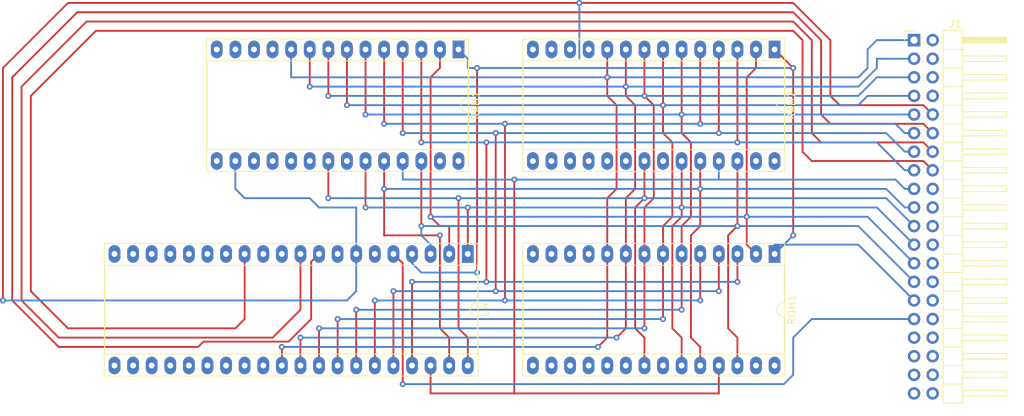
<source format=kicad_pcb>
(kicad_pcb (version 20171130) (host pcbnew "(5.1.8)-1")

  (general
    (thickness 1.6)
    (drawings 0)
    (tracks 356)
    (zones 0)
    (modules 5)
    (nets 72)
  )

  (page A4)
  (layers
    (0 F.Cu signal)
    (31 B.Cu signal)
    (32 B.Adhes user)
    (33 F.Adhes user)
    (34 B.Paste user)
    (35 F.Paste user)
    (36 B.SilkS user)
    (37 F.SilkS user)
    (38 B.Mask user)
    (39 F.Mask user)
    (40 Dwgs.User user)
    (41 Cmts.User user)
    (42 Eco1.User user)
    (43 Eco2.User user)
    (44 Edge.Cuts user)
    (45 Margin user)
    (46 B.CrtYd user)
    (47 F.CrtYd user)
    (48 B.Fab user)
    (49 F.Fab user)
  )

  (setup
    (last_trace_width 0.25)
    (trace_clearance 0.2)
    (zone_clearance 0.508)
    (zone_45_only no)
    (trace_min 0.2)
    (via_size 0.8)
    (via_drill 0.4)
    (via_min_size 0.4)
    (via_min_drill 0.3)
    (uvia_size 0.3)
    (uvia_drill 0.1)
    (uvias_allowed no)
    (uvia_min_size 0.2)
    (uvia_min_drill 0.1)
    (edge_width 0.05)
    (segment_width 0.2)
    (pcb_text_width 0.3)
    (pcb_text_size 1.5 1.5)
    (mod_edge_width 0.12)
    (mod_text_size 1 1)
    (mod_text_width 0.15)
    (pad_size 1.524 1.524)
    (pad_drill 0.762)
    (pad_to_mask_clearance 0)
    (aux_axis_origin 0 0)
    (visible_elements 7FFFFFFF)
    (pcbplotparams
      (layerselection 0x010fc_ffffffff)
      (usegerberextensions false)
      (usegerberattributes true)
      (usegerberadvancedattributes true)
      (creategerberjobfile true)
      (excludeedgelayer true)
      (linewidth 0.100000)
      (plotframeref false)
      (viasonmask false)
      (mode 1)
      (useauxorigin false)
      (hpglpennumber 1)
      (hpglpenspeed 20)
      (hpglpendiameter 15.000000)
      (psnegative false)
      (psa4output false)
      (plotreference true)
      (plotvalue true)
      (plotinvisibletext false)
      (padsonsilk false)
      (subtractmaskfromsilk false)
      (outputformat 1)
      (mirror false)
      (drillshape 1)
      (scaleselection 1)
      (outputdirectory ""))
  )

  (net 0 "")
  (net 1 "Net-(U4-Pad20)")
  (net 2 "Net-(U4-Pad19)")
  (net 3 "Net-(U4-Pad18)")
  (net 4 "Net-(U4-Pad17)")
  (net 5 "Net-(U4-Pad16)")
  (net 6 "Net-(U4-Pad11)")
  (net 7 "Net-(U4-Pad29)")
  (net 8 "Net-(U4-Pad28)")
  (net 9 "Net-(U4-Pad27)")
  (net 10 "Net-(U4-Pad26)")
  (net 11 "Net-(U4-Pad6)")
  (net 12 "Net-(U4-Pad25)")
  (net 13 "Net-(U4-Pad24)")
  (net 14 "Net-(U4-Pad23)")
  (net 15 "Net-(U4-Pad22)")
  (net 16 "Net-(U4-Pad21)")
  (net 17 /A13)
  (net 18 /A8)
  (net 19 /A9)
  (net 20 /A0)
  (net 21 /A11)
  (net 22 /A1)
  (net 23 /A2)
  (net 24 /A10)
  (net 25 /A3)
  (net 26 /A4)
  (net 27 /A5)
  (net 28 /A6)
  (net 29 /A7)
  (net 30 /A12)
  (net 31 /A14)
  (net 32 /A15)
  (net 33 "Net-(RAM1-Pad28)")
  (net 34 "Net-(RAM1-Pad14)")
  (net 35 "Net-(RAM1-Pad27)")
  (net 36 "Net-(RAM1-Pad22)")
  (net 37 "Net-(RAM1-Pad20)")
  (net 38 "Net-(RAM2-Pad28)")
  (net 39 "Net-(RAM2-Pad14)")
  (net 40 "Net-(RAM2-Pad27)")
  (net 41 "Net-(RAM2-Pad22)")
  (net 42 "Net-(RAM2-Pad20)")
  (net 43 "Net-(ROM1-Pad28)")
  (net 44 "Net-(ROM1-Pad14)")
  (net 45 "Net-(ROM1-Pad27)")
  (net 46 "Net-(ROM1-Pad22)")
  (net 47 "Net-(ROM1-Pad20)")
  (net 48 "Net-(J1-Pad40)")
  (net 49 "Net-(J1-Pad39)")
  (net 50 "Net-(J1-Pad38)")
  (net 51 "Net-(J1-Pad37)")
  (net 52 "Net-(J1-Pad36)")
  (net 53 "Net-(J1-Pad35)")
  (net 54 "Net-(J1-Pad34)")
  (net 55 "Net-(J1-Pad33)")
  (net 56 "Net-(J1-Pad32)")
  (net 57 "Net-(J1-Pad30)")
  (net 58 "Net-(J1-Pad28)")
  (net 59 "Net-(J1-Pad26)")
  (net 60 "Net-(J1-Pad24)")
  (net 61 "Net-(J1-Pad22)")
  (net 62 "Net-(J1-Pad20)")
  (net 63 "Net-(J1-Pad18)")
  (net 64 /D7)
  (net 65 /D6)
  (net 66 /D5)
  (net 67 /D4)
  (net 68 /D3)
  (net 69 /D2)
  (net 70 /D1)
  (net 71 /D0)

  (net_class Default "This is the default net class."
    (clearance 0.2)
    (trace_width 0.25)
    (via_dia 0.8)
    (via_drill 0.4)
    (uvia_dia 0.3)
    (uvia_drill 0.1)
    (add_net /A0)
    (add_net /A1)
    (add_net /A10)
    (add_net /A11)
    (add_net /A12)
    (add_net /A13)
    (add_net /A14)
    (add_net /A15)
    (add_net /A2)
    (add_net /A3)
    (add_net /A4)
    (add_net /A5)
    (add_net /A6)
    (add_net /A7)
    (add_net /A8)
    (add_net /A9)
    (add_net /D0)
    (add_net /D1)
    (add_net /D2)
    (add_net /D3)
    (add_net /D4)
    (add_net /D5)
    (add_net /D6)
    (add_net /D7)
    (add_net "Net-(J1-Pad18)")
    (add_net "Net-(J1-Pad20)")
    (add_net "Net-(J1-Pad22)")
    (add_net "Net-(J1-Pad24)")
    (add_net "Net-(J1-Pad26)")
    (add_net "Net-(J1-Pad28)")
    (add_net "Net-(J1-Pad30)")
    (add_net "Net-(J1-Pad32)")
    (add_net "Net-(J1-Pad33)")
    (add_net "Net-(J1-Pad34)")
    (add_net "Net-(J1-Pad35)")
    (add_net "Net-(J1-Pad36)")
    (add_net "Net-(J1-Pad37)")
    (add_net "Net-(J1-Pad38)")
    (add_net "Net-(J1-Pad39)")
    (add_net "Net-(J1-Pad40)")
    (add_net "Net-(RAM1-Pad14)")
    (add_net "Net-(RAM1-Pad20)")
    (add_net "Net-(RAM1-Pad22)")
    (add_net "Net-(RAM1-Pad27)")
    (add_net "Net-(RAM1-Pad28)")
    (add_net "Net-(RAM2-Pad14)")
    (add_net "Net-(RAM2-Pad20)")
    (add_net "Net-(RAM2-Pad22)")
    (add_net "Net-(RAM2-Pad27)")
    (add_net "Net-(RAM2-Pad28)")
    (add_net "Net-(ROM1-Pad14)")
    (add_net "Net-(ROM1-Pad20)")
    (add_net "Net-(ROM1-Pad22)")
    (add_net "Net-(ROM1-Pad27)")
    (add_net "Net-(ROM1-Pad28)")
    (add_net "Net-(U4-Pad11)")
    (add_net "Net-(U4-Pad16)")
    (add_net "Net-(U4-Pad17)")
    (add_net "Net-(U4-Pad18)")
    (add_net "Net-(U4-Pad19)")
    (add_net "Net-(U4-Pad20)")
    (add_net "Net-(U4-Pad21)")
    (add_net "Net-(U4-Pad22)")
    (add_net "Net-(U4-Pad23)")
    (add_net "Net-(U4-Pad24)")
    (add_net "Net-(U4-Pad25)")
    (add_net "Net-(U4-Pad26)")
    (add_net "Net-(U4-Pad27)")
    (add_net "Net-(U4-Pad28)")
    (add_net "Net-(U4-Pad29)")
    (add_net "Net-(U4-Pad6)")
  )

  (module Connector_PinHeader_2.54mm:PinHeader_2x20_P2.54mm_Horizontal (layer F.Cu) (tedit 59FED5CB) (tstamp 5FEE0BC1)
    (at 245.11 40.64)
    (descr "Through hole angled pin header, 2x20, 2.54mm pitch, 6mm pin length, double rows")
    (tags "Through hole angled pin header THT 2x20 2.54mm double row")
    (path /5FF3D0E3)
    (fp_text reference J1 (at 5.655 -2.27) (layer F.SilkS)
      (effects (font (size 1 1) (thickness 0.15)))
    )
    (fp_text value Conn_02x20_Top_Bottom (at 5.655 50.53) (layer F.Fab)
      (effects (font (size 1 1) (thickness 0.15)))
    )
    (fp_line (start 13.1 -1.8) (end -1.8 -1.8) (layer F.CrtYd) (width 0.05))
    (fp_line (start 13.1 50.05) (end 13.1 -1.8) (layer F.CrtYd) (width 0.05))
    (fp_line (start -1.8 50.05) (end 13.1 50.05) (layer F.CrtYd) (width 0.05))
    (fp_line (start -1.8 -1.8) (end -1.8 50.05) (layer F.CrtYd) (width 0.05))
    (fp_line (start -1.27 -1.27) (end 0 -1.27) (layer F.SilkS) (width 0.12))
    (fp_line (start -1.27 0) (end -1.27 -1.27) (layer F.SilkS) (width 0.12))
    (fp_line (start 1.042929 48.64) (end 1.497071 48.64) (layer F.SilkS) (width 0.12))
    (fp_line (start 1.042929 47.88) (end 1.497071 47.88) (layer F.SilkS) (width 0.12))
    (fp_line (start 3.582929 48.64) (end 3.98 48.64) (layer F.SilkS) (width 0.12))
    (fp_line (start 3.582929 47.88) (end 3.98 47.88) (layer F.SilkS) (width 0.12))
    (fp_line (start 12.64 48.64) (end 6.64 48.64) (layer F.SilkS) (width 0.12))
    (fp_line (start 12.64 47.88) (end 12.64 48.64) (layer F.SilkS) (width 0.12))
    (fp_line (start 6.64 47.88) (end 12.64 47.88) (layer F.SilkS) (width 0.12))
    (fp_line (start 3.98 46.99) (end 6.64 46.99) (layer F.SilkS) (width 0.12))
    (fp_line (start 1.042929 46.1) (end 1.497071 46.1) (layer F.SilkS) (width 0.12))
    (fp_line (start 1.042929 45.34) (end 1.497071 45.34) (layer F.SilkS) (width 0.12))
    (fp_line (start 3.582929 46.1) (end 3.98 46.1) (layer F.SilkS) (width 0.12))
    (fp_line (start 3.582929 45.34) (end 3.98 45.34) (layer F.SilkS) (width 0.12))
    (fp_line (start 12.64 46.1) (end 6.64 46.1) (layer F.SilkS) (width 0.12))
    (fp_line (start 12.64 45.34) (end 12.64 46.1) (layer F.SilkS) (width 0.12))
    (fp_line (start 6.64 45.34) (end 12.64 45.34) (layer F.SilkS) (width 0.12))
    (fp_line (start 3.98 44.45) (end 6.64 44.45) (layer F.SilkS) (width 0.12))
    (fp_line (start 1.042929 43.56) (end 1.497071 43.56) (layer F.SilkS) (width 0.12))
    (fp_line (start 1.042929 42.8) (end 1.497071 42.8) (layer F.SilkS) (width 0.12))
    (fp_line (start 3.582929 43.56) (end 3.98 43.56) (layer F.SilkS) (width 0.12))
    (fp_line (start 3.582929 42.8) (end 3.98 42.8) (layer F.SilkS) (width 0.12))
    (fp_line (start 12.64 43.56) (end 6.64 43.56) (layer F.SilkS) (width 0.12))
    (fp_line (start 12.64 42.8) (end 12.64 43.56) (layer F.SilkS) (width 0.12))
    (fp_line (start 6.64 42.8) (end 12.64 42.8) (layer F.SilkS) (width 0.12))
    (fp_line (start 3.98 41.91) (end 6.64 41.91) (layer F.SilkS) (width 0.12))
    (fp_line (start 1.042929 41.02) (end 1.497071 41.02) (layer F.SilkS) (width 0.12))
    (fp_line (start 1.042929 40.26) (end 1.497071 40.26) (layer F.SilkS) (width 0.12))
    (fp_line (start 3.582929 41.02) (end 3.98 41.02) (layer F.SilkS) (width 0.12))
    (fp_line (start 3.582929 40.26) (end 3.98 40.26) (layer F.SilkS) (width 0.12))
    (fp_line (start 12.64 41.02) (end 6.64 41.02) (layer F.SilkS) (width 0.12))
    (fp_line (start 12.64 40.26) (end 12.64 41.02) (layer F.SilkS) (width 0.12))
    (fp_line (start 6.64 40.26) (end 12.64 40.26) (layer F.SilkS) (width 0.12))
    (fp_line (start 3.98 39.37) (end 6.64 39.37) (layer F.SilkS) (width 0.12))
    (fp_line (start 1.042929 38.48) (end 1.497071 38.48) (layer F.SilkS) (width 0.12))
    (fp_line (start 1.042929 37.72) (end 1.497071 37.72) (layer F.SilkS) (width 0.12))
    (fp_line (start 3.582929 38.48) (end 3.98 38.48) (layer F.SilkS) (width 0.12))
    (fp_line (start 3.582929 37.72) (end 3.98 37.72) (layer F.SilkS) (width 0.12))
    (fp_line (start 12.64 38.48) (end 6.64 38.48) (layer F.SilkS) (width 0.12))
    (fp_line (start 12.64 37.72) (end 12.64 38.48) (layer F.SilkS) (width 0.12))
    (fp_line (start 6.64 37.72) (end 12.64 37.72) (layer F.SilkS) (width 0.12))
    (fp_line (start 3.98 36.83) (end 6.64 36.83) (layer F.SilkS) (width 0.12))
    (fp_line (start 1.042929 35.94) (end 1.497071 35.94) (layer F.SilkS) (width 0.12))
    (fp_line (start 1.042929 35.18) (end 1.497071 35.18) (layer F.SilkS) (width 0.12))
    (fp_line (start 3.582929 35.94) (end 3.98 35.94) (layer F.SilkS) (width 0.12))
    (fp_line (start 3.582929 35.18) (end 3.98 35.18) (layer F.SilkS) (width 0.12))
    (fp_line (start 12.64 35.94) (end 6.64 35.94) (layer F.SilkS) (width 0.12))
    (fp_line (start 12.64 35.18) (end 12.64 35.94) (layer F.SilkS) (width 0.12))
    (fp_line (start 6.64 35.18) (end 12.64 35.18) (layer F.SilkS) (width 0.12))
    (fp_line (start 3.98 34.29) (end 6.64 34.29) (layer F.SilkS) (width 0.12))
    (fp_line (start 1.042929 33.4) (end 1.497071 33.4) (layer F.SilkS) (width 0.12))
    (fp_line (start 1.042929 32.64) (end 1.497071 32.64) (layer F.SilkS) (width 0.12))
    (fp_line (start 3.582929 33.4) (end 3.98 33.4) (layer F.SilkS) (width 0.12))
    (fp_line (start 3.582929 32.64) (end 3.98 32.64) (layer F.SilkS) (width 0.12))
    (fp_line (start 12.64 33.4) (end 6.64 33.4) (layer F.SilkS) (width 0.12))
    (fp_line (start 12.64 32.64) (end 12.64 33.4) (layer F.SilkS) (width 0.12))
    (fp_line (start 6.64 32.64) (end 12.64 32.64) (layer F.SilkS) (width 0.12))
    (fp_line (start 3.98 31.75) (end 6.64 31.75) (layer F.SilkS) (width 0.12))
    (fp_line (start 1.042929 30.86) (end 1.497071 30.86) (layer F.SilkS) (width 0.12))
    (fp_line (start 1.042929 30.1) (end 1.497071 30.1) (layer F.SilkS) (width 0.12))
    (fp_line (start 3.582929 30.86) (end 3.98 30.86) (layer F.SilkS) (width 0.12))
    (fp_line (start 3.582929 30.1) (end 3.98 30.1) (layer F.SilkS) (width 0.12))
    (fp_line (start 12.64 30.86) (end 6.64 30.86) (layer F.SilkS) (width 0.12))
    (fp_line (start 12.64 30.1) (end 12.64 30.86) (layer F.SilkS) (width 0.12))
    (fp_line (start 6.64 30.1) (end 12.64 30.1) (layer F.SilkS) (width 0.12))
    (fp_line (start 3.98 29.21) (end 6.64 29.21) (layer F.SilkS) (width 0.12))
    (fp_line (start 1.042929 28.32) (end 1.497071 28.32) (layer F.SilkS) (width 0.12))
    (fp_line (start 1.042929 27.56) (end 1.497071 27.56) (layer F.SilkS) (width 0.12))
    (fp_line (start 3.582929 28.32) (end 3.98 28.32) (layer F.SilkS) (width 0.12))
    (fp_line (start 3.582929 27.56) (end 3.98 27.56) (layer F.SilkS) (width 0.12))
    (fp_line (start 12.64 28.32) (end 6.64 28.32) (layer F.SilkS) (width 0.12))
    (fp_line (start 12.64 27.56) (end 12.64 28.32) (layer F.SilkS) (width 0.12))
    (fp_line (start 6.64 27.56) (end 12.64 27.56) (layer F.SilkS) (width 0.12))
    (fp_line (start 3.98 26.67) (end 6.64 26.67) (layer F.SilkS) (width 0.12))
    (fp_line (start 1.042929 25.78) (end 1.497071 25.78) (layer F.SilkS) (width 0.12))
    (fp_line (start 1.042929 25.02) (end 1.497071 25.02) (layer F.SilkS) (width 0.12))
    (fp_line (start 3.582929 25.78) (end 3.98 25.78) (layer F.SilkS) (width 0.12))
    (fp_line (start 3.582929 25.02) (end 3.98 25.02) (layer F.SilkS) (width 0.12))
    (fp_line (start 12.64 25.78) (end 6.64 25.78) (layer F.SilkS) (width 0.12))
    (fp_line (start 12.64 25.02) (end 12.64 25.78) (layer F.SilkS) (width 0.12))
    (fp_line (start 6.64 25.02) (end 12.64 25.02) (layer F.SilkS) (width 0.12))
    (fp_line (start 3.98 24.13) (end 6.64 24.13) (layer F.SilkS) (width 0.12))
    (fp_line (start 1.042929 23.24) (end 1.497071 23.24) (layer F.SilkS) (width 0.12))
    (fp_line (start 1.042929 22.48) (end 1.497071 22.48) (layer F.SilkS) (width 0.12))
    (fp_line (start 3.582929 23.24) (end 3.98 23.24) (layer F.SilkS) (width 0.12))
    (fp_line (start 3.582929 22.48) (end 3.98 22.48) (layer F.SilkS) (width 0.12))
    (fp_line (start 12.64 23.24) (end 6.64 23.24) (layer F.SilkS) (width 0.12))
    (fp_line (start 12.64 22.48) (end 12.64 23.24) (layer F.SilkS) (width 0.12))
    (fp_line (start 6.64 22.48) (end 12.64 22.48) (layer F.SilkS) (width 0.12))
    (fp_line (start 3.98 21.59) (end 6.64 21.59) (layer F.SilkS) (width 0.12))
    (fp_line (start 1.042929 20.7) (end 1.497071 20.7) (layer F.SilkS) (width 0.12))
    (fp_line (start 1.042929 19.94) (end 1.497071 19.94) (layer F.SilkS) (width 0.12))
    (fp_line (start 3.582929 20.7) (end 3.98 20.7) (layer F.SilkS) (width 0.12))
    (fp_line (start 3.582929 19.94) (end 3.98 19.94) (layer F.SilkS) (width 0.12))
    (fp_line (start 12.64 20.7) (end 6.64 20.7) (layer F.SilkS) (width 0.12))
    (fp_line (start 12.64 19.94) (end 12.64 20.7) (layer F.SilkS) (width 0.12))
    (fp_line (start 6.64 19.94) (end 12.64 19.94) (layer F.SilkS) (width 0.12))
    (fp_line (start 3.98 19.05) (end 6.64 19.05) (layer F.SilkS) (width 0.12))
    (fp_line (start 1.042929 18.16) (end 1.497071 18.16) (layer F.SilkS) (width 0.12))
    (fp_line (start 1.042929 17.4) (end 1.497071 17.4) (layer F.SilkS) (width 0.12))
    (fp_line (start 3.582929 18.16) (end 3.98 18.16) (layer F.SilkS) (width 0.12))
    (fp_line (start 3.582929 17.4) (end 3.98 17.4) (layer F.SilkS) (width 0.12))
    (fp_line (start 12.64 18.16) (end 6.64 18.16) (layer F.SilkS) (width 0.12))
    (fp_line (start 12.64 17.4) (end 12.64 18.16) (layer F.SilkS) (width 0.12))
    (fp_line (start 6.64 17.4) (end 12.64 17.4) (layer F.SilkS) (width 0.12))
    (fp_line (start 3.98 16.51) (end 6.64 16.51) (layer F.SilkS) (width 0.12))
    (fp_line (start 1.042929 15.62) (end 1.497071 15.62) (layer F.SilkS) (width 0.12))
    (fp_line (start 1.042929 14.86) (end 1.497071 14.86) (layer F.SilkS) (width 0.12))
    (fp_line (start 3.582929 15.62) (end 3.98 15.62) (layer F.SilkS) (width 0.12))
    (fp_line (start 3.582929 14.86) (end 3.98 14.86) (layer F.SilkS) (width 0.12))
    (fp_line (start 12.64 15.62) (end 6.64 15.62) (layer F.SilkS) (width 0.12))
    (fp_line (start 12.64 14.86) (end 12.64 15.62) (layer F.SilkS) (width 0.12))
    (fp_line (start 6.64 14.86) (end 12.64 14.86) (layer F.SilkS) (width 0.12))
    (fp_line (start 3.98 13.97) (end 6.64 13.97) (layer F.SilkS) (width 0.12))
    (fp_line (start 1.042929 13.08) (end 1.497071 13.08) (layer F.SilkS) (width 0.12))
    (fp_line (start 1.042929 12.32) (end 1.497071 12.32) (layer F.SilkS) (width 0.12))
    (fp_line (start 3.582929 13.08) (end 3.98 13.08) (layer F.SilkS) (width 0.12))
    (fp_line (start 3.582929 12.32) (end 3.98 12.32) (layer F.SilkS) (width 0.12))
    (fp_line (start 12.64 13.08) (end 6.64 13.08) (layer F.SilkS) (width 0.12))
    (fp_line (start 12.64 12.32) (end 12.64 13.08) (layer F.SilkS) (width 0.12))
    (fp_line (start 6.64 12.32) (end 12.64 12.32) (layer F.SilkS) (width 0.12))
    (fp_line (start 3.98 11.43) (end 6.64 11.43) (layer F.SilkS) (width 0.12))
    (fp_line (start 1.042929 10.54) (end 1.497071 10.54) (layer F.SilkS) (width 0.12))
    (fp_line (start 1.042929 9.78) (end 1.497071 9.78) (layer F.SilkS) (width 0.12))
    (fp_line (start 3.582929 10.54) (end 3.98 10.54) (layer F.SilkS) (width 0.12))
    (fp_line (start 3.582929 9.78) (end 3.98 9.78) (layer F.SilkS) (width 0.12))
    (fp_line (start 12.64 10.54) (end 6.64 10.54) (layer F.SilkS) (width 0.12))
    (fp_line (start 12.64 9.78) (end 12.64 10.54) (layer F.SilkS) (width 0.12))
    (fp_line (start 6.64 9.78) (end 12.64 9.78) (layer F.SilkS) (width 0.12))
    (fp_line (start 3.98 8.89) (end 6.64 8.89) (layer F.SilkS) (width 0.12))
    (fp_line (start 1.042929 8) (end 1.497071 8) (layer F.SilkS) (width 0.12))
    (fp_line (start 1.042929 7.24) (end 1.497071 7.24) (layer F.SilkS) (width 0.12))
    (fp_line (start 3.582929 8) (end 3.98 8) (layer F.SilkS) (width 0.12))
    (fp_line (start 3.582929 7.24) (end 3.98 7.24) (layer F.SilkS) (width 0.12))
    (fp_line (start 12.64 8) (end 6.64 8) (layer F.SilkS) (width 0.12))
    (fp_line (start 12.64 7.24) (end 12.64 8) (layer F.SilkS) (width 0.12))
    (fp_line (start 6.64 7.24) (end 12.64 7.24) (layer F.SilkS) (width 0.12))
    (fp_line (start 3.98 6.35) (end 6.64 6.35) (layer F.SilkS) (width 0.12))
    (fp_line (start 1.042929 5.46) (end 1.497071 5.46) (layer F.SilkS) (width 0.12))
    (fp_line (start 1.042929 4.7) (end 1.497071 4.7) (layer F.SilkS) (width 0.12))
    (fp_line (start 3.582929 5.46) (end 3.98 5.46) (layer F.SilkS) (width 0.12))
    (fp_line (start 3.582929 4.7) (end 3.98 4.7) (layer F.SilkS) (width 0.12))
    (fp_line (start 12.64 5.46) (end 6.64 5.46) (layer F.SilkS) (width 0.12))
    (fp_line (start 12.64 4.7) (end 12.64 5.46) (layer F.SilkS) (width 0.12))
    (fp_line (start 6.64 4.7) (end 12.64 4.7) (layer F.SilkS) (width 0.12))
    (fp_line (start 3.98 3.81) (end 6.64 3.81) (layer F.SilkS) (width 0.12))
    (fp_line (start 1.042929 2.92) (end 1.497071 2.92) (layer F.SilkS) (width 0.12))
    (fp_line (start 1.042929 2.16) (end 1.497071 2.16) (layer F.SilkS) (width 0.12))
    (fp_line (start 3.582929 2.92) (end 3.98 2.92) (layer F.SilkS) (width 0.12))
    (fp_line (start 3.582929 2.16) (end 3.98 2.16) (layer F.SilkS) (width 0.12))
    (fp_line (start 12.64 2.92) (end 6.64 2.92) (layer F.SilkS) (width 0.12))
    (fp_line (start 12.64 2.16) (end 12.64 2.92) (layer F.SilkS) (width 0.12))
    (fp_line (start 6.64 2.16) (end 12.64 2.16) (layer F.SilkS) (width 0.12))
    (fp_line (start 3.98 1.27) (end 6.64 1.27) (layer F.SilkS) (width 0.12))
    (fp_line (start 1.11 0.38) (end 1.497071 0.38) (layer F.SilkS) (width 0.12))
    (fp_line (start 1.11 -0.38) (end 1.497071 -0.38) (layer F.SilkS) (width 0.12))
    (fp_line (start 3.582929 0.38) (end 3.98 0.38) (layer F.SilkS) (width 0.12))
    (fp_line (start 3.582929 -0.38) (end 3.98 -0.38) (layer F.SilkS) (width 0.12))
    (fp_line (start 6.64 0.28) (end 12.64 0.28) (layer F.SilkS) (width 0.12))
    (fp_line (start 6.64 0.16) (end 12.64 0.16) (layer F.SilkS) (width 0.12))
    (fp_line (start 6.64 0.04) (end 12.64 0.04) (layer F.SilkS) (width 0.12))
    (fp_line (start 6.64 -0.08) (end 12.64 -0.08) (layer F.SilkS) (width 0.12))
    (fp_line (start 6.64 -0.2) (end 12.64 -0.2) (layer F.SilkS) (width 0.12))
    (fp_line (start 6.64 -0.32) (end 12.64 -0.32) (layer F.SilkS) (width 0.12))
    (fp_line (start 12.64 0.38) (end 6.64 0.38) (layer F.SilkS) (width 0.12))
    (fp_line (start 12.64 -0.38) (end 12.64 0.38) (layer F.SilkS) (width 0.12))
    (fp_line (start 6.64 -0.38) (end 12.64 -0.38) (layer F.SilkS) (width 0.12))
    (fp_line (start 6.64 -1.33) (end 3.98 -1.33) (layer F.SilkS) (width 0.12))
    (fp_line (start 6.64 49.59) (end 6.64 -1.33) (layer F.SilkS) (width 0.12))
    (fp_line (start 3.98 49.59) (end 6.64 49.59) (layer F.SilkS) (width 0.12))
    (fp_line (start 3.98 -1.33) (end 3.98 49.59) (layer F.SilkS) (width 0.12))
    (fp_line (start 6.58 48.58) (end 12.58 48.58) (layer F.Fab) (width 0.1))
    (fp_line (start 12.58 47.94) (end 12.58 48.58) (layer F.Fab) (width 0.1))
    (fp_line (start 6.58 47.94) (end 12.58 47.94) (layer F.Fab) (width 0.1))
    (fp_line (start -0.32 48.58) (end 4.04 48.58) (layer F.Fab) (width 0.1))
    (fp_line (start -0.32 47.94) (end -0.32 48.58) (layer F.Fab) (width 0.1))
    (fp_line (start -0.32 47.94) (end 4.04 47.94) (layer F.Fab) (width 0.1))
    (fp_line (start 6.58 46.04) (end 12.58 46.04) (layer F.Fab) (width 0.1))
    (fp_line (start 12.58 45.4) (end 12.58 46.04) (layer F.Fab) (width 0.1))
    (fp_line (start 6.58 45.4) (end 12.58 45.4) (layer F.Fab) (width 0.1))
    (fp_line (start -0.32 46.04) (end 4.04 46.04) (layer F.Fab) (width 0.1))
    (fp_line (start -0.32 45.4) (end -0.32 46.04) (layer F.Fab) (width 0.1))
    (fp_line (start -0.32 45.4) (end 4.04 45.4) (layer F.Fab) (width 0.1))
    (fp_line (start 6.58 43.5) (end 12.58 43.5) (layer F.Fab) (width 0.1))
    (fp_line (start 12.58 42.86) (end 12.58 43.5) (layer F.Fab) (width 0.1))
    (fp_line (start 6.58 42.86) (end 12.58 42.86) (layer F.Fab) (width 0.1))
    (fp_line (start -0.32 43.5) (end 4.04 43.5) (layer F.Fab) (width 0.1))
    (fp_line (start -0.32 42.86) (end -0.32 43.5) (layer F.Fab) (width 0.1))
    (fp_line (start -0.32 42.86) (end 4.04 42.86) (layer F.Fab) (width 0.1))
    (fp_line (start 6.58 40.96) (end 12.58 40.96) (layer F.Fab) (width 0.1))
    (fp_line (start 12.58 40.32) (end 12.58 40.96) (layer F.Fab) (width 0.1))
    (fp_line (start 6.58 40.32) (end 12.58 40.32) (layer F.Fab) (width 0.1))
    (fp_line (start -0.32 40.96) (end 4.04 40.96) (layer F.Fab) (width 0.1))
    (fp_line (start -0.32 40.32) (end -0.32 40.96) (layer F.Fab) (width 0.1))
    (fp_line (start -0.32 40.32) (end 4.04 40.32) (layer F.Fab) (width 0.1))
    (fp_line (start 6.58 38.42) (end 12.58 38.42) (layer F.Fab) (width 0.1))
    (fp_line (start 12.58 37.78) (end 12.58 38.42) (layer F.Fab) (width 0.1))
    (fp_line (start 6.58 37.78) (end 12.58 37.78) (layer F.Fab) (width 0.1))
    (fp_line (start -0.32 38.42) (end 4.04 38.42) (layer F.Fab) (width 0.1))
    (fp_line (start -0.32 37.78) (end -0.32 38.42) (layer F.Fab) (width 0.1))
    (fp_line (start -0.32 37.78) (end 4.04 37.78) (layer F.Fab) (width 0.1))
    (fp_line (start 6.58 35.88) (end 12.58 35.88) (layer F.Fab) (width 0.1))
    (fp_line (start 12.58 35.24) (end 12.58 35.88) (layer F.Fab) (width 0.1))
    (fp_line (start 6.58 35.24) (end 12.58 35.24) (layer F.Fab) (width 0.1))
    (fp_line (start -0.32 35.88) (end 4.04 35.88) (layer F.Fab) (width 0.1))
    (fp_line (start -0.32 35.24) (end -0.32 35.88) (layer F.Fab) (width 0.1))
    (fp_line (start -0.32 35.24) (end 4.04 35.24) (layer F.Fab) (width 0.1))
    (fp_line (start 6.58 33.34) (end 12.58 33.34) (layer F.Fab) (width 0.1))
    (fp_line (start 12.58 32.7) (end 12.58 33.34) (layer F.Fab) (width 0.1))
    (fp_line (start 6.58 32.7) (end 12.58 32.7) (layer F.Fab) (width 0.1))
    (fp_line (start -0.32 33.34) (end 4.04 33.34) (layer F.Fab) (width 0.1))
    (fp_line (start -0.32 32.7) (end -0.32 33.34) (layer F.Fab) (width 0.1))
    (fp_line (start -0.32 32.7) (end 4.04 32.7) (layer F.Fab) (width 0.1))
    (fp_line (start 6.58 30.8) (end 12.58 30.8) (layer F.Fab) (width 0.1))
    (fp_line (start 12.58 30.16) (end 12.58 30.8) (layer F.Fab) (width 0.1))
    (fp_line (start 6.58 30.16) (end 12.58 30.16) (layer F.Fab) (width 0.1))
    (fp_line (start -0.32 30.8) (end 4.04 30.8) (layer F.Fab) (width 0.1))
    (fp_line (start -0.32 30.16) (end -0.32 30.8) (layer F.Fab) (width 0.1))
    (fp_line (start -0.32 30.16) (end 4.04 30.16) (layer F.Fab) (width 0.1))
    (fp_line (start 6.58 28.26) (end 12.58 28.26) (layer F.Fab) (width 0.1))
    (fp_line (start 12.58 27.62) (end 12.58 28.26) (layer F.Fab) (width 0.1))
    (fp_line (start 6.58 27.62) (end 12.58 27.62) (layer F.Fab) (width 0.1))
    (fp_line (start -0.32 28.26) (end 4.04 28.26) (layer F.Fab) (width 0.1))
    (fp_line (start -0.32 27.62) (end -0.32 28.26) (layer F.Fab) (width 0.1))
    (fp_line (start -0.32 27.62) (end 4.04 27.62) (layer F.Fab) (width 0.1))
    (fp_line (start 6.58 25.72) (end 12.58 25.72) (layer F.Fab) (width 0.1))
    (fp_line (start 12.58 25.08) (end 12.58 25.72) (layer F.Fab) (width 0.1))
    (fp_line (start 6.58 25.08) (end 12.58 25.08) (layer F.Fab) (width 0.1))
    (fp_line (start -0.32 25.72) (end 4.04 25.72) (layer F.Fab) (width 0.1))
    (fp_line (start -0.32 25.08) (end -0.32 25.72) (layer F.Fab) (width 0.1))
    (fp_line (start -0.32 25.08) (end 4.04 25.08) (layer F.Fab) (width 0.1))
    (fp_line (start 6.58 23.18) (end 12.58 23.18) (layer F.Fab) (width 0.1))
    (fp_line (start 12.58 22.54) (end 12.58 23.18) (layer F.Fab) (width 0.1))
    (fp_line (start 6.58 22.54) (end 12.58 22.54) (layer F.Fab) (width 0.1))
    (fp_line (start -0.32 23.18) (end 4.04 23.18) (layer F.Fab) (width 0.1))
    (fp_line (start -0.32 22.54) (end -0.32 23.18) (layer F.Fab) (width 0.1))
    (fp_line (start -0.32 22.54) (end 4.04 22.54) (layer F.Fab) (width 0.1))
    (fp_line (start 6.58 20.64) (end 12.58 20.64) (layer F.Fab) (width 0.1))
    (fp_line (start 12.58 20) (end 12.58 20.64) (layer F.Fab) (width 0.1))
    (fp_line (start 6.58 20) (end 12.58 20) (layer F.Fab) (width 0.1))
    (fp_line (start -0.32 20.64) (end 4.04 20.64) (layer F.Fab) (width 0.1))
    (fp_line (start -0.32 20) (end -0.32 20.64) (layer F.Fab) (width 0.1))
    (fp_line (start -0.32 20) (end 4.04 20) (layer F.Fab) (width 0.1))
    (fp_line (start 6.58 18.1) (end 12.58 18.1) (layer F.Fab) (width 0.1))
    (fp_line (start 12.58 17.46) (end 12.58 18.1) (layer F.Fab) (width 0.1))
    (fp_line (start 6.58 17.46) (end 12.58 17.46) (layer F.Fab) (width 0.1))
    (fp_line (start -0.32 18.1) (end 4.04 18.1) (layer F.Fab) (width 0.1))
    (fp_line (start -0.32 17.46) (end -0.32 18.1) (layer F.Fab) (width 0.1))
    (fp_line (start -0.32 17.46) (end 4.04 17.46) (layer F.Fab) (width 0.1))
    (fp_line (start 6.58 15.56) (end 12.58 15.56) (layer F.Fab) (width 0.1))
    (fp_line (start 12.58 14.92) (end 12.58 15.56) (layer F.Fab) (width 0.1))
    (fp_line (start 6.58 14.92) (end 12.58 14.92) (layer F.Fab) (width 0.1))
    (fp_line (start -0.32 15.56) (end 4.04 15.56) (layer F.Fab) (width 0.1))
    (fp_line (start -0.32 14.92) (end -0.32 15.56) (layer F.Fab) (width 0.1))
    (fp_line (start -0.32 14.92) (end 4.04 14.92) (layer F.Fab) (width 0.1))
    (fp_line (start 6.58 13.02) (end 12.58 13.02) (layer F.Fab) (width 0.1))
    (fp_line (start 12.58 12.38) (end 12.58 13.02) (layer F.Fab) (width 0.1))
    (fp_line (start 6.58 12.38) (end 12.58 12.38) (layer F.Fab) (width 0.1))
    (fp_line (start -0.32 13.02) (end 4.04 13.02) (layer F.Fab) (width 0.1))
    (fp_line (start -0.32 12.38) (end -0.32 13.02) (layer F.Fab) (width 0.1))
    (fp_line (start -0.32 12.38) (end 4.04 12.38) (layer F.Fab) (width 0.1))
    (fp_line (start 6.58 10.48) (end 12.58 10.48) (layer F.Fab) (width 0.1))
    (fp_line (start 12.58 9.84) (end 12.58 10.48) (layer F.Fab) (width 0.1))
    (fp_line (start 6.58 9.84) (end 12.58 9.84) (layer F.Fab) (width 0.1))
    (fp_line (start -0.32 10.48) (end 4.04 10.48) (layer F.Fab) (width 0.1))
    (fp_line (start -0.32 9.84) (end -0.32 10.48) (layer F.Fab) (width 0.1))
    (fp_line (start -0.32 9.84) (end 4.04 9.84) (layer F.Fab) (width 0.1))
    (fp_line (start 6.58 7.94) (end 12.58 7.94) (layer F.Fab) (width 0.1))
    (fp_line (start 12.58 7.3) (end 12.58 7.94) (layer F.Fab) (width 0.1))
    (fp_line (start 6.58 7.3) (end 12.58 7.3) (layer F.Fab) (width 0.1))
    (fp_line (start -0.32 7.94) (end 4.04 7.94) (layer F.Fab) (width 0.1))
    (fp_line (start -0.32 7.3) (end -0.32 7.94) (layer F.Fab) (width 0.1))
    (fp_line (start -0.32 7.3) (end 4.04 7.3) (layer F.Fab) (width 0.1))
    (fp_line (start 6.58 5.4) (end 12.58 5.4) (layer F.Fab) (width 0.1))
    (fp_line (start 12.58 4.76) (end 12.58 5.4) (layer F.Fab) (width 0.1))
    (fp_line (start 6.58 4.76) (end 12.58 4.76) (layer F.Fab) (width 0.1))
    (fp_line (start -0.32 5.4) (end 4.04 5.4) (layer F.Fab) (width 0.1))
    (fp_line (start -0.32 4.76) (end -0.32 5.4) (layer F.Fab) (width 0.1))
    (fp_line (start -0.32 4.76) (end 4.04 4.76) (layer F.Fab) (width 0.1))
    (fp_line (start 6.58 2.86) (end 12.58 2.86) (layer F.Fab) (width 0.1))
    (fp_line (start 12.58 2.22) (end 12.58 2.86) (layer F.Fab) (width 0.1))
    (fp_line (start 6.58 2.22) (end 12.58 2.22) (layer F.Fab) (width 0.1))
    (fp_line (start -0.32 2.86) (end 4.04 2.86) (layer F.Fab) (width 0.1))
    (fp_line (start -0.32 2.22) (end -0.32 2.86) (layer F.Fab) (width 0.1))
    (fp_line (start -0.32 2.22) (end 4.04 2.22) (layer F.Fab) (width 0.1))
    (fp_line (start 6.58 0.32) (end 12.58 0.32) (layer F.Fab) (width 0.1))
    (fp_line (start 12.58 -0.32) (end 12.58 0.32) (layer F.Fab) (width 0.1))
    (fp_line (start 6.58 -0.32) (end 12.58 -0.32) (layer F.Fab) (width 0.1))
    (fp_line (start -0.32 0.32) (end 4.04 0.32) (layer F.Fab) (width 0.1))
    (fp_line (start -0.32 -0.32) (end -0.32 0.32) (layer F.Fab) (width 0.1))
    (fp_line (start -0.32 -0.32) (end 4.04 -0.32) (layer F.Fab) (width 0.1))
    (fp_line (start 4.04 -0.635) (end 4.675 -1.27) (layer F.Fab) (width 0.1))
    (fp_line (start 4.04 49.53) (end 4.04 -0.635) (layer F.Fab) (width 0.1))
    (fp_line (start 6.58 49.53) (end 4.04 49.53) (layer F.Fab) (width 0.1))
    (fp_line (start 6.58 -1.27) (end 6.58 49.53) (layer F.Fab) (width 0.1))
    (fp_line (start 4.675 -1.27) (end 6.58 -1.27) (layer F.Fab) (width 0.1))
    (fp_text user %R (at 5.31 24.13 90) (layer F.Fab)
      (effects (font (size 1 1) (thickness 0.15)))
    )
    (pad 40 thru_hole oval (at 2.54 48.26) (size 1.7 1.7) (drill 1) (layers *.Cu *.Mask)
      (net 48 "Net-(J1-Pad40)"))
    (pad 39 thru_hole oval (at 0 48.26) (size 1.7 1.7) (drill 1) (layers *.Cu *.Mask)
      (net 49 "Net-(J1-Pad39)"))
    (pad 38 thru_hole oval (at 2.54 45.72) (size 1.7 1.7) (drill 1) (layers *.Cu *.Mask)
      (net 50 "Net-(J1-Pad38)"))
    (pad 37 thru_hole oval (at 0 45.72) (size 1.7 1.7) (drill 1) (layers *.Cu *.Mask)
      (net 51 "Net-(J1-Pad37)"))
    (pad 36 thru_hole oval (at 2.54 43.18) (size 1.7 1.7) (drill 1) (layers *.Cu *.Mask)
      (net 52 "Net-(J1-Pad36)"))
    (pad 35 thru_hole oval (at 0 43.18) (size 1.7 1.7) (drill 1) (layers *.Cu *.Mask)
      (net 53 "Net-(J1-Pad35)"))
    (pad 34 thru_hole oval (at 2.54 40.64) (size 1.7 1.7) (drill 1) (layers *.Cu *.Mask)
      (net 54 "Net-(J1-Pad34)"))
    (pad 33 thru_hole oval (at 0 40.64) (size 1.7 1.7) (drill 1) (layers *.Cu *.Mask)
      (net 55 "Net-(J1-Pad33)"))
    (pad 32 thru_hole oval (at 2.54 38.1) (size 1.7 1.7) (drill 1) (layers *.Cu *.Mask)
      (net 56 "Net-(J1-Pad32)"))
    (pad 31 thru_hole oval (at 0 38.1) (size 1.7 1.7) (drill 1) (layers *.Cu *.Mask)
      (net 32 /A15))
    (pad 30 thru_hole oval (at 2.54 35.56) (size 1.7 1.7) (drill 1) (layers *.Cu *.Mask)
      (net 57 "Net-(J1-Pad30)"))
    (pad 29 thru_hole oval (at 0 35.56) (size 1.7 1.7) (drill 1) (layers *.Cu *.Mask)
      (net 31 /A14))
    (pad 28 thru_hole oval (at 2.54 33.02) (size 1.7 1.7) (drill 1) (layers *.Cu *.Mask)
      (net 58 "Net-(J1-Pad28)"))
    (pad 27 thru_hole oval (at 0 33.02) (size 1.7 1.7) (drill 1) (layers *.Cu *.Mask)
      (net 17 /A13))
    (pad 26 thru_hole oval (at 2.54 30.48) (size 1.7 1.7) (drill 1) (layers *.Cu *.Mask)
      (net 59 "Net-(J1-Pad26)"))
    (pad 25 thru_hole oval (at 0 30.48) (size 1.7 1.7) (drill 1) (layers *.Cu *.Mask)
      (net 30 /A12))
    (pad 24 thru_hole oval (at 2.54 27.94) (size 1.7 1.7) (drill 1) (layers *.Cu *.Mask)
      (net 60 "Net-(J1-Pad24)"))
    (pad 23 thru_hole oval (at 0 27.94) (size 1.7 1.7) (drill 1) (layers *.Cu *.Mask)
      (net 21 /A11))
    (pad 22 thru_hole oval (at 2.54 25.4) (size 1.7 1.7) (drill 1) (layers *.Cu *.Mask)
      (net 61 "Net-(J1-Pad22)"))
    (pad 21 thru_hole oval (at 0 25.4) (size 1.7 1.7) (drill 1) (layers *.Cu *.Mask)
      (net 24 /A10))
    (pad 20 thru_hole oval (at 2.54 22.86) (size 1.7 1.7) (drill 1) (layers *.Cu *.Mask)
      (net 62 "Net-(J1-Pad20)"))
    (pad 19 thru_hole oval (at 0 22.86) (size 1.7 1.7) (drill 1) (layers *.Cu *.Mask)
      (net 19 /A9))
    (pad 18 thru_hole oval (at 2.54 20.32) (size 1.7 1.7) (drill 1) (layers *.Cu *.Mask)
      (net 63 "Net-(J1-Pad18)"))
    (pad 17 thru_hole oval (at 0 20.32) (size 1.7 1.7) (drill 1) (layers *.Cu *.Mask)
      (net 18 /A8))
    (pad 16 thru_hole oval (at 2.54 17.78) (size 1.7 1.7) (drill 1) (layers *.Cu *.Mask)
      (net 64 /D7))
    (pad 15 thru_hole oval (at 0 17.78) (size 1.7 1.7) (drill 1) (layers *.Cu *.Mask)
      (net 29 /A7))
    (pad 14 thru_hole oval (at 2.54 15.24) (size 1.7 1.7) (drill 1) (layers *.Cu *.Mask)
      (net 65 /D6))
    (pad 13 thru_hole oval (at 0 15.24) (size 1.7 1.7) (drill 1) (layers *.Cu *.Mask)
      (net 28 /A6))
    (pad 12 thru_hole oval (at 2.54 12.7) (size 1.7 1.7) (drill 1) (layers *.Cu *.Mask)
      (net 66 /D5))
    (pad 11 thru_hole oval (at 0 12.7) (size 1.7 1.7) (drill 1) (layers *.Cu *.Mask)
      (net 27 /A5))
    (pad 10 thru_hole oval (at 2.54 10.16) (size 1.7 1.7) (drill 1) (layers *.Cu *.Mask)
      (net 67 /D4))
    (pad 9 thru_hole oval (at 0 10.16) (size 1.7 1.7) (drill 1) (layers *.Cu *.Mask)
      (net 26 /A4))
    (pad 8 thru_hole oval (at 2.54 7.62) (size 1.7 1.7) (drill 1) (layers *.Cu *.Mask)
      (net 68 /D3))
    (pad 7 thru_hole oval (at 0 7.62) (size 1.7 1.7) (drill 1) (layers *.Cu *.Mask)
      (net 25 /A3))
    (pad 6 thru_hole oval (at 2.54 5.08) (size 1.7 1.7) (drill 1) (layers *.Cu *.Mask)
      (net 69 /D2))
    (pad 5 thru_hole oval (at 0 5.08) (size 1.7 1.7) (drill 1) (layers *.Cu *.Mask)
      (net 23 /A2))
    (pad 4 thru_hole oval (at 2.54 2.54) (size 1.7 1.7) (drill 1) (layers *.Cu *.Mask)
      (net 70 /D1))
    (pad 3 thru_hole oval (at 0 2.54) (size 1.7 1.7) (drill 1) (layers *.Cu *.Mask)
      (net 22 /A1))
    (pad 2 thru_hole oval (at 2.54 0) (size 1.7 1.7) (drill 1) (layers *.Cu *.Mask)
      (net 71 /D0))
    (pad 1 thru_hole rect (at 0 0) (size 1.7 1.7) (drill 1) (layers *.Cu *.Mask)
      (net 20 /A0))
    (model ${KISYS3DMOD}/Connector_PinHeader_2.54mm.3dshapes/PinHeader_2x20_P2.54mm_Horizontal.wrl
      (at (xyz 0 0 0))
      (scale (xyz 1 1 1))
      (rotate (xyz 0 0 0))
    )
  )

  (module Package_DIP:DIP-40_W15.24mm_Socket_LongPads (layer F.Cu) (tedit 5A02E8C5) (tstamp 5FED6F1B)
    (at 184.15 69.85 270)
    (descr "40-lead though-hole mounted DIP package, row spacing 15.24 mm (600 mils), Socket, LongPads")
    (tags "THT DIP DIL PDIP 2.54mm 15.24mm 600mil Socket LongPads")
    (path /5FED0CC8)
    (fp_text reference U4 (at 7.62 -2.33 90) (layer F.SilkS)
      (effects (font (size 1 1) (thickness 0.15)))
    )
    (fp_text value Z80CPU (at 7.62 50.59 90) (layer F.Fab)
      (effects (font (size 1 1) (thickness 0.15)))
    )
    (fp_line (start 1.255 -1.27) (end 14.985 -1.27) (layer F.Fab) (width 0.1))
    (fp_line (start 14.985 -1.27) (end 14.985 49.53) (layer F.Fab) (width 0.1))
    (fp_line (start 14.985 49.53) (end 0.255 49.53) (layer F.Fab) (width 0.1))
    (fp_line (start 0.255 49.53) (end 0.255 -0.27) (layer F.Fab) (width 0.1))
    (fp_line (start 0.255 -0.27) (end 1.255 -1.27) (layer F.Fab) (width 0.1))
    (fp_line (start -1.27 -1.33) (end -1.27 49.59) (layer F.Fab) (width 0.1))
    (fp_line (start -1.27 49.59) (end 16.51 49.59) (layer F.Fab) (width 0.1))
    (fp_line (start 16.51 49.59) (end 16.51 -1.33) (layer F.Fab) (width 0.1))
    (fp_line (start 16.51 -1.33) (end -1.27 -1.33) (layer F.Fab) (width 0.1))
    (fp_line (start 6.62 -1.33) (end 1.56 -1.33) (layer F.SilkS) (width 0.12))
    (fp_line (start 1.56 -1.33) (end 1.56 49.59) (layer F.SilkS) (width 0.12))
    (fp_line (start 1.56 49.59) (end 13.68 49.59) (layer F.SilkS) (width 0.12))
    (fp_line (start 13.68 49.59) (end 13.68 -1.33) (layer F.SilkS) (width 0.12))
    (fp_line (start 13.68 -1.33) (end 8.62 -1.33) (layer F.SilkS) (width 0.12))
    (fp_line (start -1.44 -1.39) (end -1.44 49.65) (layer F.SilkS) (width 0.12))
    (fp_line (start -1.44 49.65) (end 16.68 49.65) (layer F.SilkS) (width 0.12))
    (fp_line (start 16.68 49.65) (end 16.68 -1.39) (layer F.SilkS) (width 0.12))
    (fp_line (start 16.68 -1.39) (end -1.44 -1.39) (layer F.SilkS) (width 0.12))
    (fp_line (start -1.55 -1.6) (end -1.55 49.85) (layer F.CrtYd) (width 0.05))
    (fp_line (start -1.55 49.85) (end 16.8 49.85) (layer F.CrtYd) (width 0.05))
    (fp_line (start 16.8 49.85) (end 16.8 -1.6) (layer F.CrtYd) (width 0.05))
    (fp_line (start 16.8 -1.6) (end -1.55 -1.6) (layer F.CrtYd) (width 0.05))
    (fp_text user %R (at 7.62 24.13 90) (layer F.Fab)
      (effects (font (size 1 1) (thickness 0.15)))
    )
    (fp_arc (start 7.62 -1.33) (end 6.62 -1.33) (angle -180) (layer F.SilkS) (width 0.12))
    (pad 40 thru_hole oval (at 15.24 0 270) (size 2.4 1.6) (drill 0.8) (layers *.Cu *.Mask)
      (net 24 /A10))
    (pad 20 thru_hole oval (at 0 48.26 270) (size 2.4 1.6) (drill 0.8) (layers *.Cu *.Mask)
      (net 1 "Net-(U4-Pad20)"))
    (pad 39 thru_hole oval (at 15.24 2.54 270) (size 2.4 1.6) (drill 0.8) (layers *.Cu *.Mask)
      (net 19 /A9))
    (pad 19 thru_hole oval (at 0 45.72 270) (size 2.4 1.6) (drill 0.8) (layers *.Cu *.Mask)
      (net 2 "Net-(U4-Pad19)"))
    (pad 38 thru_hole oval (at 15.24 5.08 270) (size 2.4 1.6) (drill 0.8) (layers *.Cu *.Mask)
      (net 18 /A8))
    (pad 18 thru_hole oval (at 0 43.18 270) (size 2.4 1.6) (drill 0.8) (layers *.Cu *.Mask)
      (net 3 "Net-(U4-Pad18)"))
    (pad 37 thru_hole oval (at 15.24 7.62 270) (size 2.4 1.6) (drill 0.8) (layers *.Cu *.Mask)
      (net 29 /A7))
    (pad 17 thru_hole oval (at 0 40.64 270) (size 2.4 1.6) (drill 0.8) (layers *.Cu *.Mask)
      (net 4 "Net-(U4-Pad17)"))
    (pad 36 thru_hole oval (at 15.24 10.16 270) (size 2.4 1.6) (drill 0.8) (layers *.Cu *.Mask)
      (net 28 /A6))
    (pad 16 thru_hole oval (at 0 38.1 270) (size 2.4 1.6) (drill 0.8) (layers *.Cu *.Mask)
      (net 5 "Net-(U4-Pad16)"))
    (pad 35 thru_hole oval (at 15.24 12.7 270) (size 2.4 1.6) (drill 0.8) (layers *.Cu *.Mask)
      (net 27 /A5))
    (pad 15 thru_hole oval (at 0 35.56 270) (size 2.4 1.6) (drill 0.8) (layers *.Cu *.Mask)
      (net 70 /D1))
    (pad 34 thru_hole oval (at 15.24 15.24 270) (size 2.4 1.6) (drill 0.8) (layers *.Cu *.Mask)
      (net 26 /A4))
    (pad 14 thru_hole oval (at 0 33.02 270) (size 2.4 1.6) (drill 0.8) (layers *.Cu *.Mask)
      (net 71 /D0))
    (pad 33 thru_hole oval (at 15.24 17.78 270) (size 2.4 1.6) (drill 0.8) (layers *.Cu *.Mask)
      (net 25 /A3))
    (pad 13 thru_hole oval (at 0 30.48 270) (size 2.4 1.6) (drill 0.8) (layers *.Cu *.Mask)
      (net 64 /D7))
    (pad 32 thru_hole oval (at 15.24 20.32 270) (size 2.4 1.6) (drill 0.8) (layers *.Cu *.Mask)
      (net 23 /A2))
    (pad 12 thru_hole oval (at 0 27.94 270) (size 2.4 1.6) (drill 0.8) (layers *.Cu *.Mask)
      (net 69 /D2))
    (pad 31 thru_hole oval (at 15.24 22.86 270) (size 2.4 1.6) (drill 0.8) (layers *.Cu *.Mask)
      (net 22 /A1))
    (pad 11 thru_hole oval (at 0 25.4 270) (size 2.4 1.6) (drill 0.8) (layers *.Cu *.Mask)
      (net 6 "Net-(U4-Pad11)"))
    (pad 30 thru_hole oval (at 15.24 25.4 270) (size 2.4 1.6) (drill 0.8) (layers *.Cu *.Mask)
      (net 20 /A0))
    (pad 10 thru_hole oval (at 0 22.86 270) (size 2.4 1.6) (drill 0.8) (layers *.Cu *.Mask)
      (net 65 /D6))
    (pad 29 thru_hole oval (at 15.24 27.94 270) (size 2.4 1.6) (drill 0.8) (layers *.Cu *.Mask)
      (net 7 "Net-(U4-Pad29)"))
    (pad 9 thru_hole oval (at 0 20.32 270) (size 2.4 1.6) (drill 0.8) (layers *.Cu *.Mask)
      (net 66 /D5))
    (pad 28 thru_hole oval (at 15.24 30.48 270) (size 2.4 1.6) (drill 0.8) (layers *.Cu *.Mask)
      (net 8 "Net-(U4-Pad28)"))
    (pad 8 thru_hole oval (at 0 17.78 270) (size 2.4 1.6) (drill 0.8) (layers *.Cu *.Mask)
      (net 68 /D3))
    (pad 27 thru_hole oval (at 15.24 33.02 270) (size 2.4 1.6) (drill 0.8) (layers *.Cu *.Mask)
      (net 9 "Net-(U4-Pad27)"))
    (pad 7 thru_hole oval (at 0 15.24 270) (size 2.4 1.6) (drill 0.8) (layers *.Cu *.Mask)
      (net 67 /D4))
    (pad 26 thru_hole oval (at 15.24 35.56 270) (size 2.4 1.6) (drill 0.8) (layers *.Cu *.Mask)
      (net 10 "Net-(U4-Pad26)"))
    (pad 6 thru_hole oval (at 0 12.7 270) (size 2.4 1.6) (drill 0.8) (layers *.Cu *.Mask)
      (net 11 "Net-(U4-Pad6)"))
    (pad 25 thru_hole oval (at 15.24 38.1 270) (size 2.4 1.6) (drill 0.8) (layers *.Cu *.Mask)
      (net 12 "Net-(U4-Pad25)"))
    (pad 5 thru_hole oval (at 0 10.16 270) (size 2.4 1.6) (drill 0.8) (layers *.Cu *.Mask)
      (net 32 /A15))
    (pad 24 thru_hole oval (at 15.24 40.64 270) (size 2.4 1.6) (drill 0.8) (layers *.Cu *.Mask)
      (net 13 "Net-(U4-Pad24)"))
    (pad 4 thru_hole oval (at 0 7.62 270) (size 2.4 1.6) (drill 0.8) (layers *.Cu *.Mask)
      (net 31 /A14))
    (pad 23 thru_hole oval (at 15.24 43.18 270) (size 2.4 1.6) (drill 0.8) (layers *.Cu *.Mask)
      (net 14 "Net-(U4-Pad23)"))
    (pad 3 thru_hole oval (at 0 5.08 270) (size 2.4 1.6) (drill 0.8) (layers *.Cu *.Mask)
      (net 17 /A13))
    (pad 22 thru_hole oval (at 15.24 45.72 270) (size 2.4 1.6) (drill 0.8) (layers *.Cu *.Mask)
      (net 15 "Net-(U4-Pad22)"))
    (pad 2 thru_hole oval (at 0 2.54 270) (size 2.4 1.6) (drill 0.8) (layers *.Cu *.Mask)
      (net 30 /A12))
    (pad 21 thru_hole oval (at 15.24 48.26 270) (size 2.4 1.6) (drill 0.8) (layers *.Cu *.Mask)
      (net 16 "Net-(U4-Pad21)"))
    (pad 1 thru_hole rect (at 0 0 270) (size 2.4 1.6) (drill 0.8) (layers *.Cu *.Mask)
      (net 21 /A11))
    (model ${KISYS3DMOD}/Package_DIP.3dshapes/DIP-40_W15.24mm_Socket.wrl
      (at (xyz 0 0 0))
      (scale (xyz 1 1 1))
      (rotate (xyz 0 0 0))
    )
  )

  (module Package_DIP:DIP-28_W15.24mm_Socket_LongPads (layer F.Cu) (tedit 5A02E8C5) (tstamp 5FED6ED7)
    (at 226.06 41.91 270)
    (descr "28-lead though-hole mounted DIP package, row spacing 15.24 mm (600 mils), Socket, LongPads")
    (tags "THT DIP DIL PDIP 2.54mm 15.24mm 600mil Socket LongPads")
    (path /5FED649F)
    (fp_text reference RAM2 (at 7.62 -2.33 90) (layer F.SilkS)
      (effects (font (size 1 1) (thickness 0.15)))
    )
    (fp_text value AS6C62256 (at 7.62 35.35 90) (layer F.Fab)
      (effects (font (size 1 1) (thickness 0.15)))
    )
    (fp_line (start 1.255 -1.27) (end 14.985 -1.27) (layer F.Fab) (width 0.1))
    (fp_line (start 14.985 -1.27) (end 14.985 34.29) (layer F.Fab) (width 0.1))
    (fp_line (start 14.985 34.29) (end 0.255 34.29) (layer F.Fab) (width 0.1))
    (fp_line (start 0.255 34.29) (end 0.255 -0.27) (layer F.Fab) (width 0.1))
    (fp_line (start 0.255 -0.27) (end 1.255 -1.27) (layer F.Fab) (width 0.1))
    (fp_line (start -1.27 -1.33) (end -1.27 34.35) (layer F.Fab) (width 0.1))
    (fp_line (start -1.27 34.35) (end 16.51 34.35) (layer F.Fab) (width 0.1))
    (fp_line (start 16.51 34.35) (end 16.51 -1.33) (layer F.Fab) (width 0.1))
    (fp_line (start 16.51 -1.33) (end -1.27 -1.33) (layer F.Fab) (width 0.1))
    (fp_line (start 6.62 -1.33) (end 1.56 -1.33) (layer F.SilkS) (width 0.12))
    (fp_line (start 1.56 -1.33) (end 1.56 34.35) (layer F.SilkS) (width 0.12))
    (fp_line (start 1.56 34.35) (end 13.68 34.35) (layer F.SilkS) (width 0.12))
    (fp_line (start 13.68 34.35) (end 13.68 -1.33) (layer F.SilkS) (width 0.12))
    (fp_line (start 13.68 -1.33) (end 8.62 -1.33) (layer F.SilkS) (width 0.12))
    (fp_line (start -1.44 -1.39) (end -1.44 34.41) (layer F.SilkS) (width 0.12))
    (fp_line (start -1.44 34.41) (end 16.68 34.41) (layer F.SilkS) (width 0.12))
    (fp_line (start 16.68 34.41) (end 16.68 -1.39) (layer F.SilkS) (width 0.12))
    (fp_line (start 16.68 -1.39) (end -1.44 -1.39) (layer F.SilkS) (width 0.12))
    (fp_line (start -1.55 -1.6) (end -1.55 34.65) (layer F.CrtYd) (width 0.05))
    (fp_line (start -1.55 34.65) (end 16.8 34.65) (layer F.CrtYd) (width 0.05))
    (fp_line (start 16.8 34.65) (end 16.8 -1.6) (layer F.CrtYd) (width 0.05))
    (fp_line (start 16.8 -1.6) (end -1.55 -1.6) (layer F.CrtYd) (width 0.05))
    (fp_text user %R (at 7.62 16.51 90) (layer F.Fab)
      (effects (font (size 1 1) (thickness 0.15)))
    )
    (fp_arc (start 7.62 -1.33) (end 6.62 -1.33) (angle -180) (layer F.SilkS) (width 0.12))
    (pad 28 thru_hole oval (at 15.24 0 270) (size 2.4 1.6) (drill 0.8) (layers *.Cu *.Mask)
      (net 38 "Net-(RAM2-Pad28)"))
    (pad 14 thru_hole oval (at 0 33.02 270) (size 2.4 1.6) (drill 0.8) (layers *.Cu *.Mask)
      (net 39 "Net-(RAM2-Pad14)"))
    (pad 27 thru_hole oval (at 15.24 2.54 270) (size 2.4 1.6) (drill 0.8) (layers *.Cu *.Mask)
      (net 40 "Net-(RAM2-Pad27)"))
    (pad 13 thru_hole oval (at 0 30.48 270) (size 2.4 1.6) (drill 0.8) (layers *.Cu *.Mask)
      (net 69 /D2))
    (pad 26 thru_hole oval (at 15.24 5.08 270) (size 2.4 1.6) (drill 0.8) (layers *.Cu *.Mask)
      (net 17 /A13))
    (pad 12 thru_hole oval (at 0 27.94 270) (size 2.4 1.6) (drill 0.8) (layers *.Cu *.Mask)
      (net 70 /D1))
    (pad 25 thru_hole oval (at 15.24 7.62 270) (size 2.4 1.6) (drill 0.8) (layers *.Cu *.Mask)
      (net 18 /A8))
    (pad 11 thru_hole oval (at 0 25.4 270) (size 2.4 1.6) (drill 0.8) (layers *.Cu *.Mask)
      (net 71 /D0))
    (pad 24 thru_hole oval (at 15.24 10.16 270) (size 2.4 1.6) (drill 0.8) (layers *.Cu *.Mask)
      (net 19 /A9))
    (pad 10 thru_hole oval (at 0 22.86 270) (size 2.4 1.6) (drill 0.8) (layers *.Cu *.Mask)
      (net 20 /A0))
    (pad 23 thru_hole oval (at 15.24 12.7 270) (size 2.4 1.6) (drill 0.8) (layers *.Cu *.Mask)
      (net 21 /A11))
    (pad 9 thru_hole oval (at 0 20.32 270) (size 2.4 1.6) (drill 0.8) (layers *.Cu *.Mask)
      (net 22 /A1))
    (pad 22 thru_hole oval (at 15.24 15.24 270) (size 2.4 1.6) (drill 0.8) (layers *.Cu *.Mask)
      (net 41 "Net-(RAM2-Pad22)"))
    (pad 8 thru_hole oval (at 0 17.78 270) (size 2.4 1.6) (drill 0.8) (layers *.Cu *.Mask)
      (net 23 /A2))
    (pad 21 thru_hole oval (at 15.24 17.78 270) (size 2.4 1.6) (drill 0.8) (layers *.Cu *.Mask)
      (net 24 /A10))
    (pad 7 thru_hole oval (at 0 15.24 270) (size 2.4 1.6) (drill 0.8) (layers *.Cu *.Mask)
      (net 25 /A3))
    (pad 20 thru_hole oval (at 15.24 20.32 270) (size 2.4 1.6) (drill 0.8) (layers *.Cu *.Mask)
      (net 42 "Net-(RAM2-Pad20)"))
    (pad 6 thru_hole oval (at 0 12.7 270) (size 2.4 1.6) (drill 0.8) (layers *.Cu *.Mask)
      (net 26 /A4))
    (pad 19 thru_hole oval (at 15.24 22.86 270) (size 2.4 1.6) (drill 0.8) (layers *.Cu *.Mask)
      (net 64 /D7))
    (pad 5 thru_hole oval (at 0 10.16 270) (size 2.4 1.6) (drill 0.8) (layers *.Cu *.Mask)
      (net 27 /A5))
    (pad 18 thru_hole oval (at 15.24 25.4 270) (size 2.4 1.6) (drill 0.8) (layers *.Cu *.Mask)
      (net 65 /D6))
    (pad 4 thru_hole oval (at 0 7.62 270) (size 2.4 1.6) (drill 0.8) (layers *.Cu *.Mask)
      (net 28 /A6))
    (pad 17 thru_hole oval (at 15.24 27.94 270) (size 2.4 1.6) (drill 0.8) (layers *.Cu *.Mask)
      (net 66 /D5))
    (pad 3 thru_hole oval (at 0 5.08 270) (size 2.4 1.6) (drill 0.8) (layers *.Cu *.Mask)
      (net 29 /A7))
    (pad 16 thru_hole oval (at 15.24 30.48 270) (size 2.4 1.6) (drill 0.8) (layers *.Cu *.Mask)
      (net 67 /D4))
    (pad 2 thru_hole oval (at 0 2.54 270) (size 2.4 1.6) (drill 0.8) (layers *.Cu *.Mask)
      (net 30 /A12))
    (pad 15 thru_hole oval (at 15.24 33.02 270) (size 2.4 1.6) (drill 0.8) (layers *.Cu *.Mask)
      (net 68 /D3))
    (pad 1 thru_hole rect (at 0 0 270) (size 2.4 1.6) (drill 0.8) (layers *.Cu *.Mask)
      (net 31 /A14))
    (model ${KISYS3DMOD}/Package_DIP.3dshapes/DIP-28_W15.24mm_Socket.wrl
      (at (xyz 0 0 0))
      (scale (xyz 1 1 1))
      (rotate (xyz 0 0 0))
    )
  )

  (module Package_DIP:DIP-28_W15.24mm_Socket_LongPads (layer F.Cu) (tedit 5A02E8C5) (tstamp 5FED6E9F)
    (at 226.06 69.85 270)
    (descr "28-lead though-hole mounted DIP package, row spacing 15.24 mm (600 mils), Socket, LongPads")
    (tags "THT DIP DIL PDIP 2.54mm 15.24mm 600mil Socket LongPads")
    (path /5FEDC53A)
    (fp_text reference ROM1 (at 7.62 -2.33 90) (layer F.SilkS)
      (effects (font (size 1 1) (thickness 0.15)))
    )
    (fp_text value AT28C64B (at 7.62 35.35 90) (layer F.Fab)
      (effects (font (size 1 1) (thickness 0.15)))
    )
    (fp_line (start 1.255 -1.27) (end 14.985 -1.27) (layer F.Fab) (width 0.1))
    (fp_line (start 14.985 -1.27) (end 14.985 34.29) (layer F.Fab) (width 0.1))
    (fp_line (start 14.985 34.29) (end 0.255 34.29) (layer F.Fab) (width 0.1))
    (fp_line (start 0.255 34.29) (end 0.255 -0.27) (layer F.Fab) (width 0.1))
    (fp_line (start 0.255 -0.27) (end 1.255 -1.27) (layer F.Fab) (width 0.1))
    (fp_line (start -1.27 -1.33) (end -1.27 34.35) (layer F.Fab) (width 0.1))
    (fp_line (start -1.27 34.35) (end 16.51 34.35) (layer F.Fab) (width 0.1))
    (fp_line (start 16.51 34.35) (end 16.51 -1.33) (layer F.Fab) (width 0.1))
    (fp_line (start 16.51 -1.33) (end -1.27 -1.33) (layer F.Fab) (width 0.1))
    (fp_line (start 6.62 -1.33) (end 1.56 -1.33) (layer F.SilkS) (width 0.12))
    (fp_line (start 1.56 -1.33) (end 1.56 34.35) (layer F.SilkS) (width 0.12))
    (fp_line (start 1.56 34.35) (end 13.68 34.35) (layer F.SilkS) (width 0.12))
    (fp_line (start 13.68 34.35) (end 13.68 -1.33) (layer F.SilkS) (width 0.12))
    (fp_line (start 13.68 -1.33) (end 8.62 -1.33) (layer F.SilkS) (width 0.12))
    (fp_line (start -1.44 -1.39) (end -1.44 34.41) (layer F.SilkS) (width 0.12))
    (fp_line (start -1.44 34.41) (end 16.68 34.41) (layer F.SilkS) (width 0.12))
    (fp_line (start 16.68 34.41) (end 16.68 -1.39) (layer F.SilkS) (width 0.12))
    (fp_line (start 16.68 -1.39) (end -1.44 -1.39) (layer F.SilkS) (width 0.12))
    (fp_line (start -1.55 -1.6) (end -1.55 34.65) (layer F.CrtYd) (width 0.05))
    (fp_line (start -1.55 34.65) (end 16.8 34.65) (layer F.CrtYd) (width 0.05))
    (fp_line (start 16.8 34.65) (end 16.8 -1.6) (layer F.CrtYd) (width 0.05))
    (fp_line (start 16.8 -1.6) (end -1.55 -1.6) (layer F.CrtYd) (width 0.05))
    (fp_text user %R (at -19.05 -13.97 90) (layer F.Fab)
      (effects (font (size 1 1) (thickness 0.15)))
    )
    (fp_arc (start 7.62 -1.33) (end 6.62 -1.33) (angle -180) (layer F.SilkS) (width 0.12))
    (pad 28 thru_hole oval (at 15.24 0 270) (size 2.4 1.6) (drill 0.8) (layers *.Cu *.Mask)
      (net 43 "Net-(ROM1-Pad28)"))
    (pad 14 thru_hole oval (at 0 33.02 270) (size 2.4 1.6) (drill 0.8) (layers *.Cu *.Mask)
      (net 44 "Net-(ROM1-Pad14)"))
    (pad 27 thru_hole oval (at 15.24 2.54 270) (size 2.4 1.6) (drill 0.8) (layers *.Cu *.Mask)
      (net 45 "Net-(ROM1-Pad27)"))
    (pad 13 thru_hole oval (at 0 30.48 270) (size 2.4 1.6) (drill 0.8) (layers *.Cu *.Mask)
      (net 69 /D2))
    (pad 26 thru_hole oval (at 15.24 5.08 270) (size 2.4 1.6) (drill 0.8) (layers *.Cu *.Mask)
      (net 17 /A13))
    (pad 12 thru_hole oval (at 0 27.94 270) (size 2.4 1.6) (drill 0.8) (layers *.Cu *.Mask)
      (net 70 /D1))
    (pad 25 thru_hole oval (at 15.24 7.62 270) (size 2.4 1.6) (drill 0.8) (layers *.Cu *.Mask)
      (net 18 /A8))
    (pad 11 thru_hole oval (at 0 25.4 270) (size 2.4 1.6) (drill 0.8) (layers *.Cu *.Mask)
      (net 71 /D0))
    (pad 24 thru_hole oval (at 15.24 10.16 270) (size 2.4 1.6) (drill 0.8) (layers *.Cu *.Mask)
      (net 19 /A9))
    (pad 10 thru_hole oval (at 0 22.86 270) (size 2.4 1.6) (drill 0.8) (layers *.Cu *.Mask)
      (net 20 /A0))
    (pad 23 thru_hole oval (at 15.24 12.7 270) (size 2.4 1.6) (drill 0.8) (layers *.Cu *.Mask)
      (net 21 /A11))
    (pad 9 thru_hole oval (at 0 20.32 270) (size 2.4 1.6) (drill 0.8) (layers *.Cu *.Mask)
      (net 22 /A1))
    (pad 22 thru_hole oval (at 15.24 15.24 270) (size 2.4 1.6) (drill 0.8) (layers *.Cu *.Mask)
      (net 46 "Net-(ROM1-Pad22)"))
    (pad 8 thru_hole oval (at 0 17.78 270) (size 2.4 1.6) (drill 0.8) (layers *.Cu *.Mask)
      (net 23 /A2))
    (pad 21 thru_hole oval (at 15.24 17.78 270) (size 2.4 1.6) (drill 0.8) (layers *.Cu *.Mask)
      (net 24 /A10))
    (pad 7 thru_hole oval (at 0 15.24 270) (size 2.4 1.6) (drill 0.8) (layers *.Cu *.Mask)
      (net 25 /A3))
    (pad 20 thru_hole oval (at 15.24 20.32 270) (size 2.4 1.6) (drill 0.8) (layers *.Cu *.Mask)
      (net 47 "Net-(ROM1-Pad20)"))
    (pad 6 thru_hole oval (at 0 12.7 270) (size 2.4 1.6) (drill 0.8) (layers *.Cu *.Mask)
      (net 26 /A4))
    (pad 19 thru_hole oval (at 15.24 22.86 270) (size 2.4 1.6) (drill 0.8) (layers *.Cu *.Mask)
      (net 64 /D7))
    (pad 5 thru_hole oval (at 0 10.16 270) (size 2.4 1.6) (drill 0.8) (layers *.Cu *.Mask)
      (net 27 /A5))
    (pad 18 thru_hole oval (at 15.24 25.4 270) (size 2.4 1.6) (drill 0.8) (layers *.Cu *.Mask)
      (net 65 /D6))
    (pad 4 thru_hole oval (at 0 7.62 270) (size 2.4 1.6) (drill 0.8) (layers *.Cu *.Mask)
      (net 28 /A6))
    (pad 17 thru_hole oval (at 15.24 27.94 270) (size 2.4 1.6) (drill 0.8) (layers *.Cu *.Mask)
      (net 66 /D5))
    (pad 3 thru_hole oval (at 0 5.08 270) (size 2.4 1.6) (drill 0.8) (layers *.Cu *.Mask)
      (net 29 /A7))
    (pad 16 thru_hole oval (at 15.24 30.48 270) (size 2.4 1.6) (drill 0.8) (layers *.Cu *.Mask)
      (net 67 /D4))
    (pad 2 thru_hole oval (at 0 2.54 270) (size 2.4 1.6) (drill 0.8) (layers *.Cu *.Mask)
      (net 30 /A12))
    (pad 15 thru_hole oval (at 15.24 33.02 270) (size 2.4 1.6) (drill 0.8) (layers *.Cu *.Mask)
      (net 68 /D3))
    (pad 1 thru_hole rect (at 0 0 270) (size 2.4 1.6) (drill 0.8) (layers *.Cu *.Mask)
      (net 31 /A14))
    (model ${KISYS3DMOD}/Package_DIP.3dshapes/DIP-28_W15.24mm_Socket.wrl
      (at (xyz 0 0 0))
      (scale (xyz 1 1 1))
      (rotate (xyz 0 0 0))
    )
  )

  (module Package_DIP:DIP-28_W15.24mm_Socket_LongPads (layer F.Cu) (tedit 5A02E8C5) (tstamp 5FED6E67)
    (at 182.88 41.91 270)
    (descr "28-lead though-hole mounted DIP package, row spacing 15.24 mm (600 mils), Socket, LongPads")
    (tags "THT DIP DIL PDIP 2.54mm 15.24mm 600mil Socket LongPads")
    (path /5FEDB4BE)
    (fp_text reference RAM1 (at 7.62 -2.33 90) (layer F.SilkS)
      (effects (font (size 1 1) (thickness 0.15)))
    )
    (fp_text value AS6C62256 (at 7.62 35.35 90) (layer F.Fab)
      (effects (font (size 1 1) (thickness 0.15)))
    )
    (fp_line (start 1.255 -1.27) (end 14.985 -1.27) (layer F.Fab) (width 0.1))
    (fp_line (start 14.985 -1.27) (end 14.985 34.29) (layer F.Fab) (width 0.1))
    (fp_line (start 14.985 34.29) (end 0.255 34.29) (layer F.Fab) (width 0.1))
    (fp_line (start 0.255 34.29) (end 0.255 -0.27) (layer F.Fab) (width 0.1))
    (fp_line (start 0.255 -0.27) (end 1.255 -1.27) (layer F.Fab) (width 0.1))
    (fp_line (start -1.27 -1.33) (end -1.27 34.35) (layer F.Fab) (width 0.1))
    (fp_line (start -1.27 34.35) (end 16.51 34.35) (layer F.Fab) (width 0.1))
    (fp_line (start 16.51 34.35) (end 16.51 -1.33) (layer F.Fab) (width 0.1))
    (fp_line (start 16.51 -1.33) (end -1.27 -1.33) (layer F.Fab) (width 0.1))
    (fp_line (start 6.62 -1.33) (end 1.56 -1.33) (layer F.SilkS) (width 0.12))
    (fp_line (start 1.56 -1.33) (end 1.56 34.35) (layer F.SilkS) (width 0.12))
    (fp_line (start 1.56 34.35) (end 13.68 34.35) (layer F.SilkS) (width 0.12))
    (fp_line (start 13.68 34.35) (end 13.68 -1.33) (layer F.SilkS) (width 0.12))
    (fp_line (start 13.68 -1.33) (end 8.62 -1.33) (layer F.SilkS) (width 0.12))
    (fp_line (start -1.44 -1.39) (end -1.44 34.41) (layer F.SilkS) (width 0.12))
    (fp_line (start -1.44 34.41) (end 16.68 34.41) (layer F.SilkS) (width 0.12))
    (fp_line (start 16.68 34.41) (end 16.68 -1.39) (layer F.SilkS) (width 0.12))
    (fp_line (start 16.68 -1.39) (end -1.44 -1.39) (layer F.SilkS) (width 0.12))
    (fp_line (start -1.55 -1.6) (end -1.55 34.65) (layer F.CrtYd) (width 0.05))
    (fp_line (start -1.55 34.65) (end 16.8 34.65) (layer F.CrtYd) (width 0.05))
    (fp_line (start 16.8 34.65) (end 16.8 -1.6) (layer F.CrtYd) (width 0.05))
    (fp_line (start 16.8 -1.6) (end -1.55 -1.6) (layer F.CrtYd) (width 0.05))
    (fp_text user %R (at 7.62 16.51 90) (layer F.Fab)
      (effects (font (size 1 1) (thickness 0.15)))
    )
    (fp_arc (start 7.62 -1.33) (end 6.62 -1.33) (angle -180) (layer F.SilkS) (width 0.12))
    (pad 28 thru_hole oval (at 15.24 0 270) (size 2.4 1.6) (drill 0.8) (layers *.Cu *.Mask)
      (net 33 "Net-(RAM1-Pad28)"))
    (pad 14 thru_hole oval (at 0 33.02 270) (size 2.4 1.6) (drill 0.8) (layers *.Cu *.Mask)
      (net 34 "Net-(RAM1-Pad14)"))
    (pad 27 thru_hole oval (at 15.24 2.54 270) (size 2.4 1.6) (drill 0.8) (layers *.Cu *.Mask)
      (net 35 "Net-(RAM1-Pad27)"))
    (pad 13 thru_hole oval (at 0 30.48 270) (size 2.4 1.6) (drill 0.8) (layers *.Cu *.Mask)
      (net 69 /D2))
    (pad 26 thru_hole oval (at 15.24 5.08 270) (size 2.4 1.6) (drill 0.8) (layers *.Cu *.Mask)
      (net 17 /A13))
    (pad 12 thru_hole oval (at 0 27.94 270) (size 2.4 1.6) (drill 0.8) (layers *.Cu *.Mask)
      (net 70 /D1))
    (pad 25 thru_hole oval (at 15.24 7.62 270) (size 2.4 1.6) (drill 0.8) (layers *.Cu *.Mask)
      (net 18 /A8))
    (pad 11 thru_hole oval (at 0 25.4 270) (size 2.4 1.6) (drill 0.8) (layers *.Cu *.Mask)
      (net 71 /D0))
    (pad 24 thru_hole oval (at 15.24 10.16 270) (size 2.4 1.6) (drill 0.8) (layers *.Cu *.Mask)
      (net 19 /A9))
    (pad 10 thru_hole oval (at 0 22.86 270) (size 2.4 1.6) (drill 0.8) (layers *.Cu *.Mask)
      (net 20 /A0))
    (pad 23 thru_hole oval (at 15.24 12.7 270) (size 2.4 1.6) (drill 0.8) (layers *.Cu *.Mask)
      (net 21 /A11))
    (pad 9 thru_hole oval (at 0 20.32 270) (size 2.4 1.6) (drill 0.8) (layers *.Cu *.Mask)
      (net 22 /A1))
    (pad 22 thru_hole oval (at 15.24 15.24 270) (size 2.4 1.6) (drill 0.8) (layers *.Cu *.Mask)
      (net 36 "Net-(RAM1-Pad22)"))
    (pad 8 thru_hole oval (at 0 17.78 270) (size 2.4 1.6) (drill 0.8) (layers *.Cu *.Mask)
      (net 23 /A2))
    (pad 21 thru_hole oval (at 15.24 17.78 270) (size 2.4 1.6) (drill 0.8) (layers *.Cu *.Mask)
      (net 24 /A10))
    (pad 7 thru_hole oval (at 0 15.24 270) (size 2.4 1.6) (drill 0.8) (layers *.Cu *.Mask)
      (net 25 /A3))
    (pad 20 thru_hole oval (at 15.24 20.32 270) (size 2.4 1.6) (drill 0.8) (layers *.Cu *.Mask)
      (net 37 "Net-(RAM1-Pad20)"))
    (pad 6 thru_hole oval (at 0 12.7 270) (size 2.4 1.6) (drill 0.8) (layers *.Cu *.Mask)
      (net 26 /A4))
    (pad 19 thru_hole oval (at 15.24 22.86 270) (size 2.4 1.6) (drill 0.8) (layers *.Cu *.Mask)
      (net 64 /D7))
    (pad 5 thru_hole oval (at 0 10.16 270) (size 2.4 1.6) (drill 0.8) (layers *.Cu *.Mask)
      (net 27 /A5))
    (pad 18 thru_hole oval (at 15.24 25.4 270) (size 2.4 1.6) (drill 0.8) (layers *.Cu *.Mask)
      (net 65 /D6))
    (pad 4 thru_hole oval (at 0 7.62 270) (size 2.4 1.6) (drill 0.8) (layers *.Cu *.Mask)
      (net 28 /A6))
    (pad 17 thru_hole oval (at 15.24 27.94 270) (size 2.4 1.6) (drill 0.8) (layers *.Cu *.Mask)
      (net 66 /D5))
    (pad 3 thru_hole oval (at 0 5.08 270) (size 2.4 1.6) (drill 0.8) (layers *.Cu *.Mask)
      (net 29 /A7))
    (pad 16 thru_hole oval (at 15.24 30.48 270) (size 2.4 1.6) (drill 0.8) (layers *.Cu *.Mask)
      (net 67 /D4))
    (pad 2 thru_hole oval (at 0 2.54 270) (size 2.4 1.6) (drill 0.8) (layers *.Cu *.Mask)
      (net 30 /A12))
    (pad 15 thru_hole oval (at 15.24 33.02 270) (size 2.4 1.6) (drill 0.8) (layers *.Cu *.Mask)
      (net 68 /D3))
    (pad 1 thru_hole rect (at 0 0 270) (size 2.4 1.6) (drill 0.8) (layers *.Cu *.Mask)
      (net 31 /A14))
    (model ${KISYS3DMOD}/Package_DIP.3dshapes/DIP-28_W15.24mm_Socket.wrl
      (at (xyz 0 0 0))
      (scale (xyz 1 1 1))
      (rotate (xyz 0 0 0))
    )
  )

  (segment (start 245.11 73.66) (end 237.49 66.04) (width 0.25) (layer B.Cu) (net 17))
  (segment (start 237.49 66.04) (end 220.98 66.04) (width 0.25) (layer B.Cu) (net 17))
  (via (at 220.98 66.04) (size 0.8) (drill 0.4) (layers F.Cu B.Cu) (net 17))
  (segment (start 220.98 66.04) (end 220.98 57.15) (width 0.25) (layer F.Cu) (net 17))
  (segment (start 219.71 80.01) (end 220.98 81.28) (width 0.25) (layer F.Cu) (net 17))
  (segment (start 219.71 67.31) (end 219.71 80.01) (width 0.25) (layer F.Cu) (net 17))
  (segment (start 220.98 81.28) (end 220.98 85.09) (width 0.25) (layer F.Cu) (net 17))
  (segment (start 220.98 66.04) (end 219.71 67.31) (width 0.25) (layer F.Cu) (net 17))
  (segment (start 220.98 66.04) (end 177.8 66.04) (width 0.25) (layer B.Cu) (net 17))
  (segment (start 177.8 66.04) (end 177.8 67.31) (width 0.25) (layer B.Cu) (net 17))
  (segment (start 179.07 68.58) (end 179.07 69.85) (width 0.25) (layer B.Cu) (net 17))
  (segment (start 177.8 67.31) (end 179.07 68.58) (width 0.25) (layer B.Cu) (net 17))
  (segment (start 177.8 66.04) (end 177.8 66.04) (width 0.25) (layer B.Cu) (net 17) (tstamp 5FEE5D90))
  (via (at 177.8 66.04) (size 0.8) (drill 0.4) (layers F.Cu B.Cu) (net 17))
  (segment (start 177.8 57.15) (end 177.8 66.04) (width 0.25) (layer F.Cu) (net 17))
  (segment (start 242.57 59.69) (end 243.84 60.96) (width 0.25) (layer B.Cu) (net 18))
  (segment (start 243.84 60.96) (end 245.11 60.96) (width 0.25) (layer B.Cu) (net 18))
  (segment (start 218.44 59.69) (end 218.44 57.15) (width 0.25) (layer B.Cu) (net 18))
  (segment (start 218.44 59.69) (end 242.57 59.69) (width 0.25) (layer B.Cu) (net 18))
  (segment (start 175.26 59.69) (end 175.26 57.15) (width 0.25) (layer B.Cu) (net 18))
  (segment (start 175.26 59.69) (end 190.5 59.69) (width 0.25) (layer B.Cu) (net 18))
  (segment (start 190.5 59.69) (end 218.44 59.69) (width 0.25) (layer B.Cu) (net 18) (tstamp 5FEE55AD))
  (via (at 190.5 59.69) (size 0.8) (drill 0.4) (layers F.Cu B.Cu) (net 18))
  (segment (start 190.5 59.69) (end 190.5 72.39) (width 0.25) (layer F.Cu) (net 18))
  (segment (start 175.26 59.69) (end 176.53 59.69) (width 0.25) (layer B.Cu) (net 18))
  (segment (start 190.5 72.39) (end 190.5 88.9) (width 0.25) (layer F.Cu) (net 18))
  (segment (start 190.5 88.9) (end 179.07 88.9) (width 0.25) (layer F.Cu) (net 18))
  (segment (start 179.07 88.9) (end 179.07 85.09) (width 0.25) (layer F.Cu) (net 18))
  (segment (start 218.44 85.09) (end 218.44 88.9) (width 0.25) (layer F.Cu) (net 18))
  (segment (start 218.44 88.9) (end 190.5 88.9) (width 0.25) (layer F.Cu) (net 18))
  (segment (start 245.11 63.5) (end 243.84 63.5) (width 0.25) (layer B.Cu) (net 19))
  (segment (start 243.84 63.5) (end 241.3 60.96) (width 0.25) (layer B.Cu) (net 19))
  (segment (start 241.3 60.96) (end 215.9 60.96) (width 0.25) (layer B.Cu) (net 19))
  (segment (start 215.9 60.96) (end 172.72 60.96) (width 0.25) (layer B.Cu) (net 19) (tstamp 5FEE5535))
  (via (at 215.9 60.96) (size 0.8) (drill 0.4) (layers F.Cu B.Cu) (net 19))
  (via (at 172.72 60.96) (size 0.8) (drill 0.4) (layers F.Cu B.Cu) (net 19))
  (segment (start 215.9 60.96) (end 215.9 57.15) (width 0.25) (layer F.Cu) (net 19))
  (segment (start 172.72 60.96) (end 172.72 57.15) (width 0.25) (layer F.Cu) (net 19))
  (via (at 180.34 67.31) (size 0.8) (drill 0.4) (layers F.Cu B.Cu) (net 19))
  (segment (start 181.61 81.28) (end 181.61 85.09) (width 0.25) (layer F.Cu) (net 19))
  (segment (start 180.34 80.01) (end 181.61 81.28) (width 0.25) (layer F.Cu) (net 19))
  (segment (start 180.34 67.31) (end 180.34 80.01) (width 0.25) (layer F.Cu) (net 19))
  (segment (start 214.63 67.31) (end 214.63 81.28) (width 0.25) (layer F.Cu) (net 19))
  (segment (start 214.63 81.28) (end 215.9 82.55) (width 0.25) (layer F.Cu) (net 19))
  (segment (start 215.9 82.55) (end 215.9 85.09) (width 0.25) (layer F.Cu) (net 19))
  (segment (start 172.72 60.96) (end 172.72 67.31) (width 0.25) (layer F.Cu) (net 19))
  (segment (start 172.72 67.31) (end 172.72 67.31) (width 0.25) (layer F.Cu) (net 19) (tstamp 5FEE55A3))
  (segment (start 172.72 67.31) (end 180.34 67.31) (width 0.25) (layer F.Cu) (net 19))
  (segment (start 215.9 66.04) (end 214.63 67.31) (width 0.25) (layer F.Cu) (net 19))
  (segment (start 215.9 60.96) (end 215.9 66.04) (width 0.25) (layer F.Cu) (net 19))
  (segment (start 245.11 40.64) (end 240.03 40.64) (width 0.25) (layer B.Cu) (net 20))
  (segment (start 240.03 40.64) (end 238.76 41.91) (width 0.25) (layer B.Cu) (net 20))
  (segment (start 238.76 41.91) (end 238.76 44.45) (width 0.25) (layer B.Cu) (net 20))
  (segment (start 238.76 44.45) (end 237.49 45.72) (width 0.25) (layer B.Cu) (net 20))
  (segment (start 237.49 45.72) (end 203.2 45.72) (width 0.25) (layer B.Cu) (net 20))
  (segment (start 201.93 82.55) (end 201.93 82.55) (width 0.25) (layer B.Cu) (net 20) (tstamp 5FEE54A9))
  (via (at 201.93 82.55) (size 0.8) (drill 0.4) (layers F.Cu B.Cu) (net 20))
  (segment (start 201.93 82.55) (end 203.2 81.28) (width 0.25) (layer F.Cu) (net 20))
  (segment (start 203.2 81.28) (end 203.2 69.85) (width 0.25) (layer F.Cu) (net 20))
  (segment (start 203.2 45.72) (end 160.02 45.72) (width 0.25) (layer B.Cu) (net 20) (tstamp 5FEE54AF))
  (via (at 203.2 45.72) (size 0.8) (drill 0.4) (layers F.Cu B.Cu) (net 20))
  (segment (start 203.2 45.72) (end 203.2 41.91) (width 0.25) (layer F.Cu) (net 20))
  (segment (start 158.75 82.55) (end 201.93 82.55) (width 0.25) (layer B.Cu) (net 20) (tstamp 5FEE54B3))
  (via (at 158.75 82.55) (size 0.8) (drill 0.4) (layers F.Cu B.Cu) (net 20))
  (segment (start 158.75 82.55) (end 158.75 85.09) (width 0.25) (layer F.Cu) (net 20))
  (segment (start 203.2 69.85) (end 203.2 62.23) (width 0.25) (layer F.Cu) (net 20))
  (segment (start 203.2 62.23) (end 204.47 60.96) (width 0.25) (layer F.Cu) (net 20))
  (segment (start 204.47 60.96) (end 204.47 49.53) (width 0.25) (layer F.Cu) (net 20))
  (segment (start 204.47 49.53) (end 203.2 48.26) (width 0.25) (layer F.Cu) (net 20))
  (segment (start 203.2 48.26) (end 203.2 45.72) (width 0.25) (layer F.Cu) (net 20))
  (segment (start 160.02 41.91) (end 160.02 45.72) (width 0.25) (layer B.Cu) (net 20))
  (segment (start 245.11 68.58) (end 240.03 63.5) (width 0.25) (layer B.Cu) (net 21))
  (segment (start 240.03 63.5) (end 213.36 63.5) (width 0.25) (layer B.Cu) (net 21))
  (segment (start 213.36 63.5) (end 184.15 63.5) (width 0.25) (layer B.Cu) (net 21) (tstamp 5FEE554F))
  (via (at 213.36 63.5) (size 0.8) (drill 0.4) (layers F.Cu B.Cu) (net 21))
  (segment (start 170.18 63.5) (end 170.18 63.5) (width 0.25) (layer B.Cu) (net 21) (tstamp 5FEE5551))
  (via (at 170.18 63.5) (size 0.8) (drill 0.4) (layers F.Cu B.Cu) (net 21))
  (segment (start 184.15 63.5) (end 170.18 63.5) (width 0.25) (layer B.Cu) (net 21) (tstamp 5FEE5553))
  (via (at 184.15 63.5) (size 0.8) (drill 0.4) (layers F.Cu B.Cu) (net 21))
  (segment (start 170.18 63.5) (end 170.18 57.15) (width 0.25) (layer F.Cu) (net 21))
  (segment (start 184.15 63.5) (end 184.15 69.85) (width 0.25) (layer F.Cu) (net 21))
  (segment (start 213.36 63.5) (end 213.36 57.15) (width 0.25) (layer F.Cu) (net 21))
  (segment (start 213.36 81.28) (end 213.36 85.09) (width 0.25) (layer F.Cu) (net 21))
  (segment (start 212.09 80.01) (end 213.36 81.28) (width 0.25) (layer F.Cu) (net 21))
  (segment (start 212.09 66.04) (end 212.09 80.01) (width 0.25) (layer F.Cu) (net 21))
  (segment (start 213.36 64.77) (end 212.09 66.04) (width 0.25) (layer F.Cu) (net 21))
  (segment (start 213.36 63.5) (end 213.36 64.77) (width 0.25) (layer F.Cu) (net 21))
  (segment (start 245.11 43.18) (end 240.03 43.18) (width 0.25) (layer B.Cu) (net 22))
  (segment (start 240.03 43.18) (end 240.03 44.45) (width 0.25) (layer B.Cu) (net 22))
  (segment (start 240.03 44.45) (end 237.49 46.99) (width 0.25) (layer B.Cu) (net 22))
  (segment (start 237.49 46.99) (end 205.74 46.99) (width 0.25) (layer B.Cu) (net 22))
  (segment (start 205.74 46.99) (end 162.56 46.99) (width 0.25) (layer B.Cu) (net 22) (tstamp 5FEE54A3))
  (via (at 205.74 46.99) (size 0.8) (drill 0.4) (layers F.Cu B.Cu) (net 22))
  (segment (start 205.74 46.99) (end 205.74 41.91) (width 0.25) (layer F.Cu) (net 22))
  (via (at 162.56 46.99) (size 0.8) (drill 0.4) (layers F.Cu B.Cu) (net 22))
  (segment (start 162.56 46.99) (end 162.56 41.91) (width 0.25) (layer F.Cu) (net 22))
  (segment (start 204.47 81.28) (end 204.47 81.28) (width 0.25) (layer B.Cu) (net 22) (tstamp 5FEE54A7))
  (via (at 204.47 81.28) (size 0.8) (drill 0.4) (layers F.Cu B.Cu) (net 22))
  (segment (start 204.47 81.28) (end 205.74 80.01) (width 0.25) (layer F.Cu) (net 22))
  (segment (start 205.74 80.01) (end 205.74 69.85) (width 0.25) (layer F.Cu) (net 22))
  (segment (start 161.29 81.28) (end 204.47 81.28) (width 0.25) (layer B.Cu) (net 22) (tstamp 5FEE54AC))
  (via (at 161.29 81.28) (size 0.8) (drill 0.4) (layers F.Cu B.Cu) (net 22))
  (segment (start 161.29 81.28) (end 161.29 85.09) (width 0.25) (layer F.Cu) (net 22))
  (segment (start 205.74 48.26) (end 205.74 46.99) (width 0.25) (layer F.Cu) (net 22))
  (segment (start 207.01 49.53) (end 205.74 48.26) (width 0.25) (layer F.Cu) (net 22))
  (segment (start 207.01 60.96) (end 207.01 49.53) (width 0.25) (layer F.Cu) (net 22))
  (segment (start 205.74 62.23) (end 207.01 60.96) (width 0.25) (layer F.Cu) (net 22))
  (segment (start 205.74 69.85) (end 205.74 62.23) (width 0.25) (layer F.Cu) (net 22))
  (segment (start 245.11 45.72) (end 240.03 45.72) (width 0.25) (layer B.Cu) (net 23))
  (segment (start 240.03 45.72) (end 237.49 48.26) (width 0.25) (layer B.Cu) (net 23))
  (segment (start 237.49 48.26) (end 208.28 48.26) (width 0.25) (layer B.Cu) (net 23))
  (segment (start 208.28 48.26) (end 165.1 48.26) (width 0.25) (layer B.Cu) (net 23) (tstamp 5FEE54B6))
  (via (at 208.28 48.26) (size 0.8) (drill 0.4) (layers F.Cu B.Cu) (net 23))
  (segment (start 208.28 48.26) (end 208.28 41.91) (width 0.25) (layer F.Cu) (net 23))
  (via (at 165.1 48.26) (size 0.8) (drill 0.4) (layers F.Cu B.Cu) (net 23))
  (segment (start 165.1 48.26) (end 165.1 41.91) (width 0.25) (layer F.Cu) (net 23))
  (segment (start 208.28 80.01) (end 208.28 80.01) (width 0.25) (layer B.Cu) (net 23) (tstamp 5FEE54BA))
  (via (at 208.28 80.01) (size 0.8) (drill 0.4) (layers F.Cu B.Cu) (net 23))
  (segment (start 163.83 80.01) (end 208.28 80.01) (width 0.25) (layer B.Cu) (net 23) (tstamp 5FEE54BC))
  (via (at 163.83 80.01) (size 0.8) (drill 0.4) (layers F.Cu B.Cu) (net 23))
  (segment (start 208.28 80.01) (end 208.28 69.85) (width 0.25) (layer F.Cu) (net 23))
  (segment (start 163.83 80.01) (end 163.83 85.09) (width 0.25) (layer F.Cu) (net 23))
  (segment (start 208.28 69.85) (end 208.28 63.5) (width 0.25) (layer F.Cu) (net 23))
  (segment (start 208.28 63.5) (end 209.55 62.23) (width 0.25) (layer F.Cu) (net 23))
  (segment (start 209.55 62.23) (end 209.55 49.53) (width 0.25) (layer F.Cu) (net 23))
  (segment (start 209.55 49.53) (end 208.28 48.26) (width 0.25) (layer F.Cu) (net 23))
  (segment (start 245.11 66.04) (end 241.3 62.23) (width 0.25) (layer B.Cu) (net 24))
  (segment (start 241.3 62.23) (end 208.28 62.23) (width 0.25) (layer B.Cu) (net 24))
  (via (at 165.1 62.23) (size 0.8) (drill 0.4) (layers F.Cu B.Cu) (net 24))
  (via (at 208.28 62.23) (size 0.8) (drill 0.4) (layers F.Cu B.Cu) (net 24))
  (segment (start 208.28 62.23) (end 208.28 57.15) (width 0.25) (layer F.Cu) (net 24))
  (segment (start 165.1 62.23) (end 165.1 57.15) (width 0.25) (layer F.Cu) (net 24))
  (segment (start 184.15 81.28) (end 184.15 85.09) (width 0.25) (layer F.Cu) (net 24))
  (segment (start 182.88 80.01) (end 184.15 81.28) (width 0.25) (layer F.Cu) (net 24))
  (segment (start 182.88 66.04) (end 182.88 80.01) (width 0.25) (layer F.Cu) (net 24))
  (segment (start 207.01 80.01) (end 208.28 81.28) (width 0.25) (layer F.Cu) (net 24))
  (segment (start 208.28 81.28) (end 208.28 85.09) (width 0.25) (layer F.Cu) (net 24))
  (segment (start 207.01 66.04) (end 207.01 80.01) (width 0.25) (layer F.Cu) (net 24))
  (segment (start 208.28 62.23) (end 167.64 62.23) (width 0.25) (layer B.Cu) (net 24))
  (segment (start 167.64 62.23) (end 165.1 62.23) (width 0.25) (layer B.Cu) (net 24))
  (segment (start 182.88 66.04) (end 182.88 62.23) (width 0.25) (layer F.Cu) (net 24))
  (segment (start 182.88 62.23) (end 182.88 62.23) (width 0.25) (layer F.Cu) (net 24) (tstamp 5FEE5D71))
  (via (at 182.88 62.23) (size 0.8) (drill 0.4) (layers F.Cu B.Cu) (net 24))
  (segment (start 207.01 63.5) (end 208.28 62.23) (width 0.25) (layer F.Cu) (net 24))
  (segment (start 207.01 66.04) (end 207.01 63.5) (width 0.25) (layer F.Cu) (net 24))
  (segment (start 245.11 48.26) (end 238.76 48.26) (width 0.25) (layer B.Cu) (net 25))
  (segment (start 238.76 48.26) (end 237.49 49.53) (width 0.25) (layer B.Cu) (net 25))
  (segment (start 237.49 49.53) (end 210.82 49.53) (width 0.25) (layer B.Cu) (net 25))
  (segment (start 210.82 49.53) (end 167.64 49.53) (width 0.25) (layer B.Cu) (net 25) (tstamp 5FEE54BF))
  (via (at 210.82 49.53) (size 0.8) (drill 0.4) (layers F.Cu B.Cu) (net 25))
  (via (at 167.64 49.53) (size 0.8) (drill 0.4) (layers F.Cu B.Cu) (net 25))
  (segment (start 210.82 78.74) (end 210.82 78.74) (width 0.25) (layer B.Cu) (net 25) (tstamp 5FEE54C3))
  (via (at 210.82 78.74) (size 0.8) (drill 0.4) (layers F.Cu B.Cu) (net 25))
  (segment (start 166.37 78.74) (end 210.82 78.74) (width 0.25) (layer B.Cu) (net 25) (tstamp 5FEE54C5))
  (via (at 166.37 78.74) (size 0.8) (drill 0.4) (layers F.Cu B.Cu) (net 25))
  (segment (start 210.82 49.53) (end 210.82 41.91) (width 0.25) (layer F.Cu) (net 25))
  (segment (start 167.64 49.53) (end 167.64 41.91) (width 0.25) (layer F.Cu) (net 25))
  (segment (start 166.37 78.74) (end 166.37 85.09) (width 0.25) (layer F.Cu) (net 25))
  (segment (start 210.82 78.74) (end 210.82 69.85) (width 0.25) (layer F.Cu) (net 25))
  (segment (start 210.82 69.85) (end 210.82 66.04) (width 0.25) (layer F.Cu) (net 25))
  (segment (start 210.82 66.04) (end 212.09 64.77) (width 0.25) (layer F.Cu) (net 25))
  (segment (start 212.09 64.77) (end 212.09 54.61) (width 0.25) (layer F.Cu) (net 25))
  (segment (start 212.09 54.61) (end 210.82 53.34) (width 0.25) (layer F.Cu) (net 25))
  (segment (start 210.82 53.34) (end 210.82 49.53) (width 0.25) (layer F.Cu) (net 25))
  (segment (start 245.11 50.8) (end 213.36 50.8) (width 0.25) (layer B.Cu) (net 26))
  (segment (start 213.36 50.8) (end 170.18 50.8) (width 0.25) (layer B.Cu) (net 26) (tstamp 5FEE54C8))
  (via (at 213.36 50.8) (size 0.8) (drill 0.4) (layers F.Cu B.Cu) (net 26))
  (segment (start 213.36 77.47) (end 213.36 77.47) (width 0.25) (layer B.Cu) (net 26) (tstamp 5FEE54CA))
  (via (at 213.36 77.47) (size 0.8) (drill 0.4) (layers F.Cu B.Cu) (net 26))
  (segment (start 168.91 77.47) (end 213.36 77.47) (width 0.25) (layer B.Cu) (net 26) (tstamp 5FEE54CC))
  (via (at 168.91 77.47) (size 0.8) (drill 0.4) (layers F.Cu B.Cu) (net 26))
  (via (at 170.18 50.8) (size 0.8) (drill 0.4) (layers F.Cu B.Cu) (net 26))
  (segment (start 213.36 50.8) (end 213.36 41.91) (width 0.25) (layer F.Cu) (net 26))
  (segment (start 170.18 50.8) (end 170.18 41.91) (width 0.25) (layer F.Cu) (net 26))
  (segment (start 168.91 77.47) (end 168.91 85.09) (width 0.25) (layer F.Cu) (net 26))
  (segment (start 213.36 77.47) (end 213.36 69.85) (width 0.25) (layer F.Cu) (net 26))
  (segment (start 213.36 69.85) (end 213.36 66.04) (width 0.25) (layer F.Cu) (net 26))
  (segment (start 213.36 66.04) (end 214.63 64.77) (width 0.25) (layer F.Cu) (net 26))
  (segment (start 214.63 64.77) (end 214.63 54.61) (width 0.25) (layer F.Cu) (net 26))
  (segment (start 214.63 54.61) (end 213.36 53.34) (width 0.25) (layer F.Cu) (net 26))
  (segment (start 213.36 53.34) (end 213.36 50.8) (width 0.25) (layer F.Cu) (net 26))
  (segment (start 245.11 53.34) (end 243.84 53.34) (width 0.25) (layer B.Cu) (net 27))
  (segment (start 243.84 53.34) (end 242.57 52.07) (width 0.25) (layer B.Cu) (net 27))
  (segment (start 242.57 52.07) (end 215.9 52.07) (width 0.25) (layer B.Cu) (net 27))
  (segment (start 215.9 52.07) (end 189.23 52.07) (width 0.25) (layer B.Cu) (net 27) (tstamp 5FEE54D1))
  (via (at 215.9 52.07) (size 0.8) (drill 0.4) (layers F.Cu B.Cu) (net 27))
  (segment (start 215.9 76.2) (end 215.9 76.2) (width 0.25) (layer B.Cu) (net 27) (tstamp 5FEE54D3))
  (via (at 215.9 76.2) (size 0.8) (drill 0.4) (layers F.Cu B.Cu) (net 27))
  (segment (start 171.45 76.2) (end 189.23 76.2) (width 0.25) (layer B.Cu) (net 27) (tstamp 5FEE54D5))
  (via (at 171.45 76.2) (size 0.8) (drill 0.4) (layers F.Cu B.Cu) (net 27))
  (via (at 172.72 52.07) (size 0.8) (drill 0.4) (layers F.Cu B.Cu) (net 27))
  (segment (start 215.9 52.07) (end 215.9 41.91) (width 0.25) (layer F.Cu) (net 27))
  (segment (start 172.72 52.07) (end 172.72 41.91) (width 0.25) (layer F.Cu) (net 27))
  (segment (start 171.45 76.2) (end 171.45 85.09) (width 0.25) (layer F.Cu) (net 27))
  (segment (start 215.9 76.2) (end 215.9 69.85) (width 0.25) (layer F.Cu) (net 27))
  (segment (start 189.23 52.07) (end 172.72 52.07) (width 0.25) (layer B.Cu) (net 27) (tstamp 5FEE5E3D))
  (via (at 189.23 52.07) (size 0.8) (drill 0.4) (layers F.Cu B.Cu) (net 27))
  (segment (start 189.23 76.2) (end 215.9 76.2) (width 0.25) (layer B.Cu) (net 27) (tstamp 5FEE5E3F))
  (via (at 189.23 76.2) (size 0.8) (drill 0.4) (layers F.Cu B.Cu) (net 27))
  (segment (start 189.23 52.07) (end 189.23 76.2) (width 0.25) (layer F.Cu) (net 27))
  (segment (start 245.11 55.88) (end 243.84 55.88) (width 0.25) (layer B.Cu) (net 28))
  (segment (start 243.84 55.88) (end 241.3 53.34) (width 0.25) (layer B.Cu) (net 28))
  (segment (start 241.3 53.34) (end 218.44 53.34) (width 0.25) (layer B.Cu) (net 28))
  (segment (start 218.44 53.34) (end 187.96 53.34) (width 0.25) (layer B.Cu) (net 28) (tstamp 5FEE54DA))
  (via (at 218.44 53.34) (size 0.8) (drill 0.4) (layers F.Cu B.Cu) (net 28))
  (via (at 175.26 53.34) (size 0.8) (drill 0.4) (layers F.Cu B.Cu) (net 28))
  (segment (start 173.99 74.93) (end 187.96 74.93) (width 0.25) (layer B.Cu) (net 28) (tstamp 5FEE54DE))
  (via (at 173.99 74.93) (size 0.8) (drill 0.4) (layers F.Cu B.Cu) (net 28))
  (segment (start 218.44 74.93) (end 218.44 74.93) (width 0.25) (layer B.Cu) (net 28) (tstamp 5FEE54E0))
  (via (at 218.44 74.93) (size 0.8) (drill 0.4) (layers F.Cu B.Cu) (net 28))
  (segment (start 218.44 53.34) (end 218.44 41.91) (width 0.25) (layer F.Cu) (net 28))
  (segment (start 175.26 53.34) (end 175.26 41.91) (width 0.25) (layer F.Cu) (net 28))
  (segment (start 173.99 74.93) (end 173.99 85.09) (width 0.25) (layer F.Cu) (net 28))
  (segment (start 218.44 74.93) (end 218.44 69.85) (width 0.25) (layer F.Cu) (net 28))
  (segment (start 187.96 74.93) (end 218.44 74.93) (width 0.25) (layer B.Cu) (net 28) (tstamp 5FEE5E33))
  (via (at 187.96 74.93) (size 0.8) (drill 0.4) (layers F.Cu B.Cu) (net 28))
  (segment (start 187.96 53.34) (end 175.26 53.34) (width 0.25) (layer B.Cu) (net 28) (tstamp 5FEE5E35))
  (via (at 187.96 53.34) (size 0.8) (drill 0.4) (layers F.Cu B.Cu) (net 28))
  (segment (start 187.96 53.34) (end 187.96 74.93) (width 0.25) (layer F.Cu) (net 28))
  (segment (start 245.11 58.42) (end 243.84 58.42) (width 0.25) (layer B.Cu) (net 29))
  (segment (start 243.84 58.42) (end 241.04499 55.62499) (width 0.25) (layer B.Cu) (net 29))
  (segment (start 241.04499 55.62499) (end 240.03 54.61) (width 0.25) (layer B.Cu) (net 29))
  (segment (start 240.03 54.61) (end 220.98 54.61) (width 0.25) (layer B.Cu) (net 29))
  (segment (start 199.39 54.61) (end 186.69 54.61) (width 0.25) (layer B.Cu) (net 29))
  (segment (start 220.98 54.61) (end 199.39 54.61) (width 0.25) (layer B.Cu) (net 29) (tstamp 5FEE54E3))
  (via (at 220.98 54.61) (size 0.8) (drill 0.4) (layers F.Cu B.Cu) (net 29))
  (via (at 177.8 54.61) (size 0.8) (drill 0.4) (layers F.Cu B.Cu) (net 29))
  (segment (start 176.53 73.66) (end 186.69 73.66) (width 0.25) (layer B.Cu) (net 29) (tstamp 5FEE54E7))
  (via (at 176.53 73.66) (size 0.8) (drill 0.4) (layers F.Cu B.Cu) (net 29))
  (segment (start 220.98 73.66) (end 220.98 73.66) (width 0.25) (layer B.Cu) (net 29) (tstamp 5FEE54E9))
  (via (at 220.98 73.66) (size 0.8) (drill 0.4) (layers F.Cu B.Cu) (net 29))
  (segment (start 220.98 54.61) (end 220.98 41.91) (width 0.25) (layer F.Cu) (net 29))
  (segment (start 177.8 54.61) (end 177.8 41.91) (width 0.25) (layer F.Cu) (net 29))
  (segment (start 176.53 73.66) (end 176.53 85.09) (width 0.25) (layer F.Cu) (net 29))
  (segment (start 220.98 73.66) (end 220.98 69.85) (width 0.25) (layer F.Cu) (net 29))
  (segment (start 186.69 54.61) (end 177.8 54.61) (width 0.25) (layer B.Cu) (net 29) (tstamp 5FEE5D93))
  (via (at 186.69 54.61) (size 0.8) (drill 0.4) (layers F.Cu B.Cu) (net 29))
  (segment (start 186.69 73.66) (end 220.98 73.66) (width 0.25) (layer B.Cu) (net 29) (tstamp 5FEE5E27))
  (via (at 186.69 73.66) (size 0.8) (drill 0.4) (layers F.Cu B.Cu) (net 29))
  (segment (start 186.69 54.61) (end 186.69 73.66) (width 0.25) (layer F.Cu) (net 29))
  (segment (start 245.11 71.12) (end 238.76 64.77) (width 0.25) (layer B.Cu) (net 30))
  (segment (start 238.76 64.77) (end 232.41 64.77) (width 0.25) (layer B.Cu) (net 30))
  (segment (start 232.41 64.77) (end 222.25 64.77) (width 0.25) (layer B.Cu) (net 30))
  (segment (start 222.25 64.77) (end 179.07 64.77) (width 0.25) (layer B.Cu) (net 30) (tstamp 5FEE5556))
  (via (at 222.25 64.77) (size 0.8) (drill 0.4) (layers F.Cu B.Cu) (net 30))
  (segment (start 223.52 44.45) (end 223.52 41.91) (width 0.25) (layer F.Cu) (net 30))
  (segment (start 222.25 45.72) (end 223.52 44.45) (width 0.25) (layer F.Cu) (net 30))
  (segment (start 222.25 64.77) (end 222.25 45.72) (width 0.25) (layer F.Cu) (net 30))
  (segment (start 179.07 64.77) (end 179.07 64.77) (width 0.25) (layer B.Cu) (net 30) (tstamp 5FEE5558))
  (via (at 179.07 64.77) (size 0.8) (drill 0.4) (layers F.Cu B.Cu) (net 30))
  (segment (start 179.07 45.72) (end 180.34 44.45) (width 0.25) (layer F.Cu) (net 30))
  (segment (start 180.34 44.45) (end 180.34 41.91) (width 0.25) (layer F.Cu) (net 30))
  (segment (start 179.07 64.77) (end 179.07 45.72) (width 0.25) (layer F.Cu) (net 30))
  (segment (start 222.25 68.58) (end 223.52 69.85) (width 0.25) (layer F.Cu) (net 30))
  (segment (start 222.25 64.77) (end 222.25 68.58) (width 0.25) (layer F.Cu) (net 30))
  (segment (start 179.07 64.77) (end 180.34 66.04) (width 0.25) (layer F.Cu) (net 30))
  (segment (start 180.34 66.04) (end 181.61 66.04) (width 0.25) (layer F.Cu) (net 30))
  (segment (start 181.61 66.04) (end 181.61 69.85) (width 0.25) (layer F.Cu) (net 30))
  (segment (start 245.11 76.2) (end 237.49 68.58) (width 0.25) (layer B.Cu) (net 31))
  (segment (start 237.49 68.58) (end 226.06 68.58) (width 0.25) (layer B.Cu) (net 31))
  (segment (start 226.06 68.58) (end 226.06 69.85) (width 0.25) (layer B.Cu) (net 31))
  (segment (start 226.06 69.85) (end 228.6 67.31) (width 0.25) (layer B.Cu) (net 31))
  (segment (start 228.6 67.31) (end 228.6 67.31) (width 0.25) (layer B.Cu) (net 31) (tstamp 5FEE5D87))
  (via (at 228.6 67.31) (size 0.8) (drill 0.4) (layers F.Cu B.Cu) (net 31))
  (segment (start 228.6 44.45) (end 226.06 41.91) (width 0.25) (layer F.Cu) (net 31))
  (segment (start 228.6 67.31) (end 228.6 44.45) (width 0.25) (layer F.Cu) (net 31))
  (segment (start 228.6 44.45) (end 228.6 44.45) (width 0.25) (layer F.Cu) (net 31) (tstamp 5FEE5D89))
  (via (at 228.6 44.45) (size 0.8) (drill 0.4) (layers F.Cu B.Cu) (net 31))
  (segment (start 228.6 44.45) (end 185.42 44.45) (width 0.25) (layer B.Cu) (net 31))
  (segment (start 184.15 43.18) (end 182.88 41.91) (width 0.25) (layer B.Cu) (net 31))
  (segment (start 184.15 44.45) (end 184.15 43.18) (width 0.25) (layer B.Cu) (net 31))
  (segment (start 176.53 69.85) (end 176.53 71.12) (width 0.25) (layer B.Cu) (net 31))
  (segment (start 176.53 71.12) (end 177.8 72.39) (width 0.25) (layer B.Cu) (net 31))
  (segment (start 177.8 72.39) (end 185.42 72.39) (width 0.25) (layer B.Cu) (net 31))
  (segment (start 185.42 72.39) (end 185.42 72.39) (width 0.25) (layer B.Cu) (net 31) (tstamp 5FEE5D8B))
  (via (at 185.42 72.39) (size 0.8) (drill 0.4) (layers F.Cu B.Cu) (net 31))
  (segment (start 185.42 44.45) (end 184.15 44.45) (width 0.25) (layer B.Cu) (net 31) (tstamp 5FEE5D8D))
  (via (at 185.42 44.45) (size 0.8) (drill 0.4) (layers F.Cu B.Cu) (net 31))
  (segment (start 185.42 44.45) (end 185.42 69.85) (width 0.25) (layer F.Cu) (net 31))
  (segment (start 185.42 69.85) (end 185.42 72.39) (width 0.25) (layer F.Cu) (net 31))
  (segment (start 245.11 78.74) (end 231.14 78.74) (width 0.25) (layer B.Cu) (net 32))
  (segment (start 231.14 78.74) (end 228.6 81.28) (width 0.25) (layer B.Cu) (net 32))
  (segment (start 228.6 81.28) (end 228.6 86.36) (width 0.25) (layer B.Cu) (net 32))
  (segment (start 228.6 86.36) (end 228.34499 86.61501) (width 0.25) (layer B.Cu) (net 32))
  (segment (start 228.34499 86.61501) (end 227.33 87.63) (width 0.25) (layer B.Cu) (net 32))
  (segment (start 227.33 87.63) (end 177.078996 87.63) (width 0.25) (layer B.Cu) (net 32))
  (segment (start 177.078996 87.63) (end 176.53 87.63) (width 0.25) (layer B.Cu) (net 32))
  (segment (start 176.53 87.63) (end 175.26 87.63) (width 0.25) (layer B.Cu) (net 32))
  (segment (start 175.26 87.63) (end 175.26 87.63) (width 0.25) (layer B.Cu) (net 32) (tstamp 5FEE5E81))
  (via (at 175.26 87.63) (size 0.8) (drill 0.4) (layers F.Cu B.Cu) (net 32))
  (segment (start 175.26 71.12) (end 173.99 69.85) (width 0.25) (layer F.Cu) (net 32))
  (segment (start 175.26 87.63) (end 175.26 71.12) (width 0.25) (layer F.Cu) (net 32))
  (segment (start 129.54 80.01) (end 152.4 80.01) (width 0.25) (layer F.Cu) (net 64))
  (segment (start 124.46 74.93) (end 129.54 80.01) (width 0.25) (layer F.Cu) (net 64))
  (segment (start 124.46 48.26) (end 124.46 74.93) (width 0.25) (layer F.Cu) (net 64))
  (segment (start 133.35 39.37) (end 124.46 48.26) (width 0.25) (layer F.Cu) (net 64))
  (segment (start 228.6 39.37) (end 133.35 39.37) (width 0.25) (layer F.Cu) (net 64))
  (segment (start 229.87 40.64) (end 228.6 39.37) (width 0.25) (layer F.Cu) (net 64))
  (segment (start 153.67 78.74) (end 153.67 69.85) (width 0.25) (layer F.Cu) (net 64))
  (segment (start 231.14 57.15) (end 229.87 55.88) (width 0.25) (layer F.Cu) (net 64))
  (segment (start 229.87 55.88) (end 229.87 40.64) (width 0.25) (layer F.Cu) (net 64))
  (segment (start 246.38 57.15) (end 231.14 57.15) (width 0.25) (layer F.Cu) (net 64))
  (segment (start 152.4 80.01) (end 153.67 78.74) (width 0.25) (layer F.Cu) (net 64))
  (segment (start 247.65 58.42) (end 246.38 57.15) (width 0.25) (layer F.Cu) (net 64))
  (segment (start 246.38 54.61) (end 247.65 55.88) (width 0.25) (layer F.Cu) (net 65))
  (segment (start 231.14 54.61) (end 232.41 54.61) (width 0.25) (layer F.Cu) (net 65))
  (segment (start 232.41 54.61) (end 246.38 54.61) (width 0.25) (layer F.Cu) (net 65))
  (segment (start 157.48 81.28) (end 161.29 77.47) (width 0.25) (layer F.Cu) (net 65))
  (segment (start 123.19 76.2) (end 128.27 81.28) (width 0.25) (layer F.Cu) (net 65))
  (segment (start 132.08 38.1) (end 123.19 46.99) (width 0.25) (layer F.Cu) (net 65))
  (segment (start 228.6 38.1) (end 132.08 38.1) (width 0.25) (layer F.Cu) (net 65))
  (segment (start 128.27 81.28) (end 157.48 81.28) (width 0.25) (layer F.Cu) (net 65))
  (segment (start 123.19 46.99) (end 123.19 76.2) (width 0.25) (layer F.Cu) (net 65))
  (segment (start 231.14 40.64) (end 228.6 38.1) (width 0.25) (layer F.Cu) (net 65))
  (segment (start 161.29 77.47) (end 161.29 69.85) (width 0.25) (layer F.Cu) (net 65))
  (segment (start 231.14 53.34) (end 231.14 40.64) (width 0.25) (layer F.Cu) (net 65))
  (segment (start 232.41 54.61) (end 231.14 53.34) (width 0.25) (layer F.Cu) (net 65))
  (segment (start 162.756998 78.74) (end 162.756998 70.923002) (width 0.25) (layer F.Cu) (net 66))
  (segment (start 247.65 53.34) (end 246.38 52.07) (width 0.25) (layer F.Cu) (net 66))
  (segment (start 246.38 52.07) (end 233.68 52.07) (width 0.25) (layer F.Cu) (net 66))
  (segment (start 162.756998 70.923002) (end 163.83 69.85) (width 0.25) (layer F.Cu) (net 66))
  (segment (start 233.68 52.07) (end 232.41 50.8) (width 0.25) (layer F.Cu) (net 66))
  (segment (start 130.81 36.83) (end 121.92 45.72) (width 0.25) (layer F.Cu) (net 66))
  (segment (start 232.41 50.8) (end 232.41 40.64) (width 0.25) (layer F.Cu) (net 66))
  (segment (start 232.41 40.64) (end 228.6 36.83) (width 0.25) (layer F.Cu) (net 66))
  (segment (start 121.92 45.72) (end 121.92 76.2) (width 0.25) (layer F.Cu) (net 66))
  (segment (start 228.6 36.83) (end 130.81 36.83) (width 0.25) (layer F.Cu) (net 66))
  (segment (start 147.32 82.55) (end 148.045001 81.824999) (width 0.25) (layer F.Cu) (net 66))
  (segment (start 121.92 76.2) (end 128.27 82.55) (width 0.25) (layer F.Cu) (net 66))
  (segment (start 128.27 82.55) (end 147.32 82.55) (width 0.25) (layer F.Cu) (net 66))
  (segment (start 148.045001 81.824999) (end 159.671999 81.824999) (width 0.25) (layer F.Cu) (net 66))
  (segment (start 159.671999 81.824999) (end 162.756998 78.74) (width 0.25) (layer F.Cu) (net 66))
  (segment (start 247.65 50.8) (end 246.38 49.53) (width 0.25) (layer F.Cu) (net 67))
  (segment (start 246.38 49.53) (end 234.95 49.53) (width 0.25) (layer F.Cu) (net 67))
  (segment (start 234.95 49.53) (end 233.68 48.26) (width 0.25) (layer F.Cu) (net 67))
  (segment (start 233.68 48.26) (end 233.68 40.64) (width 0.25) (layer F.Cu) (net 67))
  (segment (start 233.68 40.64) (end 228.6 35.56) (width 0.25) (layer F.Cu) (net 67))
  (segment (start 228.6 35.56) (end 199.39 35.56) (width 0.25) (layer F.Cu) (net 67))
  (segment (start 129.54 35.56) (end 120.65 44.45) (width 0.25) (layer F.Cu) (net 67))
  (segment (start 120.65 44.45) (end 120.65 76.2) (width 0.25) (layer F.Cu) (net 67))
  (segment (start 120.65 76.2) (end 120.65 76.2) (width 0.25) (layer F.Cu) (net 67) (tstamp 5FEE709C))
  (via (at 120.65 76.2) (size 0.8) (drill 0.4) (layers F.Cu B.Cu) (net 67))
  (segment (start 120.65 76.2) (end 120.65 76.2) (width 0.25) (layer F.Cu) (net 67) (tstamp 5FEE709E))
  (via (at 120.65 76.2) (size 0.8) (drill 0.4) (layers F.Cu B.Cu) (net 67))
  (segment (start 120.65 76.2) (end 167.64 76.2) (width 0.25) (layer B.Cu) (net 67))
  (segment (start 167.64 76.2) (end 168.91 74.93) (width 0.25) (layer B.Cu) (net 67))
  (segment (start 168.91 74.93) (end 168.91 69.85) (width 0.25) (layer B.Cu) (net 67))
  (segment (start 152.4 60.96) (end 152.4 57.15) (width 0.25) (layer B.Cu) (net 67))
  (segment (start 153.67 62.23) (end 152.4 60.96) (width 0.25) (layer B.Cu) (net 67))
  (segment (start 163.83 63.5) (end 162.56 62.23) (width 0.25) (layer B.Cu) (net 67))
  (segment (start 162.56 62.23) (end 153.67 62.23) (width 0.25) (layer B.Cu) (net 67))
  (segment (start 168.91 63.5) (end 163.83 63.5) (width 0.25) (layer B.Cu) (net 67))
  (segment (start 168.91 69.85) (end 168.91 63.5) (width 0.25) (layer B.Cu) (net 67))
  (segment (start 199.39 35.56) (end 129.54 35.56) (width 0.25) (layer F.Cu) (net 67) (tstamp 5FEE70A1))
  (via (at 199.39 35.56) (size 0.8) (drill 0.4) (layers F.Cu B.Cu) (net 67))
  (segment (start 199.39 35.56) (end 199.39 43.18) (width 0.25) (layer B.Cu) (net 67))

)

</source>
